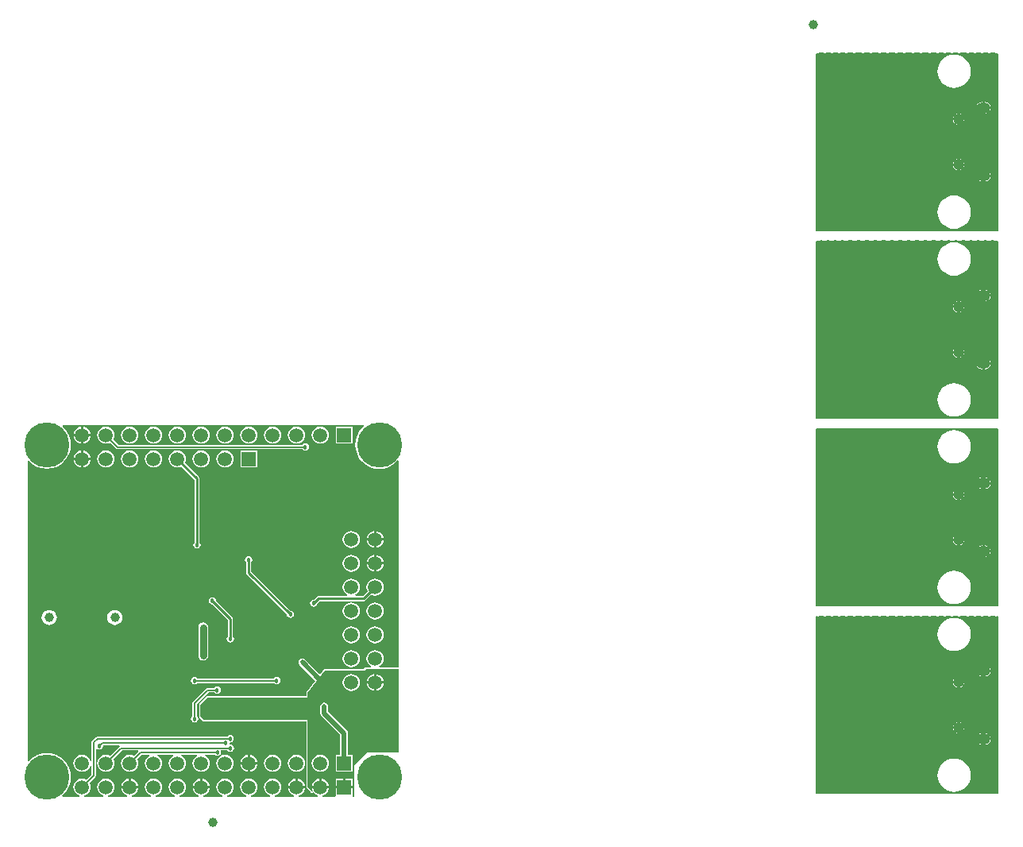
<source format=gbl>
G04 Layer_Physical_Order=2*
G04 Layer_Color=16711680*
%FSLAX25Y25*%
%MOIN*%
G70*
G01*
G75*
%ADD10C,0.03937*%
%ADD32C,0.02000*%
%ADD33C,0.00800*%
%ADD34C,0.00600*%
%ADD35C,0.01000*%
%ADD36C,0.03000*%
%ADD37C,0.01500*%
%ADD38C,0.18898*%
%ADD39C,0.05905*%
%ADD40R,0.05905X0.05905*%
%ADD41O,0.05905X0.04724*%
%ADD42C,0.04724*%
%ADD43C,0.01800*%
G36*
X249119Y-2071D02*
X249969Y-2240D01*
X250398Y-2155D01*
X250898Y-2565D01*
Y-76791D01*
X174299D01*
Y-2481D01*
X174685Y-2164D01*
X175068Y-2240D01*
X175918Y-2071D01*
X176043Y-1988D01*
X176994D01*
X177119Y-2071D01*
X177969Y-2240D01*
X178818Y-2071D01*
X178943Y-1988D01*
X179994D01*
X180119Y-2071D01*
X180968Y-2240D01*
X181818Y-2071D01*
X181943Y-1988D01*
X182994D01*
X183119Y-2071D01*
X183968Y-2240D01*
X184818Y-2071D01*
X184943Y-1988D01*
X185994D01*
X186119Y-2071D01*
X186969Y-2240D01*
X187818Y-2071D01*
X187943Y-1988D01*
X189494D01*
X189619Y-2071D01*
X190469Y-2240D01*
X191318Y-2071D01*
X191443Y-1988D01*
X192994D01*
X193119Y-2071D01*
X193968Y-2240D01*
X194818Y-2071D01*
X194943Y-1988D01*
X196494D01*
X196619Y-2071D01*
X197468Y-2240D01*
X198318Y-2071D01*
X198443Y-1988D01*
X199994D01*
X200119Y-2071D01*
X200969Y-2240D01*
X201818Y-2071D01*
X201943Y-1988D01*
X203494D01*
X203619Y-2071D01*
X204468Y-2240D01*
X205318Y-2071D01*
X205443Y-1988D01*
X206994D01*
X207119Y-2071D01*
X207968Y-2240D01*
X208818Y-2071D01*
X208943Y-1988D01*
X210494D01*
X210619Y-2071D01*
X211469Y-2240D01*
X212318Y-2071D01*
X212443Y-1988D01*
X213994D01*
X214119Y-2071D01*
X214968Y-2240D01*
X215818Y-2071D01*
X215943Y-1988D01*
X217494D01*
X217619Y-2071D01*
X218468Y-2240D01*
X219318Y-2071D01*
X219443Y-1988D01*
X220994D01*
X221119Y-2071D01*
X221969Y-2240D01*
X222818Y-2071D01*
X222943Y-1988D01*
X224494D01*
X224619Y-2071D01*
X225468Y-2240D01*
X226318Y-2071D01*
X226443Y-1988D01*
X227494D01*
X227619Y-2071D01*
X228468Y-2240D01*
X229318Y-2071D01*
X229443Y-1988D01*
X230494D01*
X230619Y-2071D01*
X231469Y-2240D01*
X232318Y-2071D01*
X232443Y-1988D01*
X233494D01*
X233619Y-2071D01*
X234469Y-2240D01*
X235318Y-2071D01*
X235443Y-1988D01*
X236994D01*
X237119Y-2071D01*
X237968Y-2240D01*
X238818Y-2071D01*
X238943Y-1988D01*
X239994D01*
X240119Y-2071D01*
X240968Y-2240D01*
X241818Y-2071D01*
X241943Y-1988D01*
X242994D01*
X243119Y-2071D01*
X243969Y-2240D01*
X244818Y-2071D01*
X244943Y-1988D01*
X245994D01*
X246119Y-2071D01*
X246969Y-2240D01*
X247818Y-2071D01*
X247943Y-1988D01*
X248994D01*
X249119Y-2071D01*
D02*
G37*
G36*
Y76669D02*
X249969Y76500D01*
X250398Y76585D01*
X250898Y76175D01*
Y1949D01*
X174299D01*
Y76259D01*
X174685Y76576D01*
X175068Y76500D01*
X175918Y76669D01*
X176043Y76752D01*
X176994D01*
X177119Y76669D01*
X177969Y76500D01*
X178818Y76669D01*
X178943Y76752D01*
X179994D01*
X180119Y76669D01*
X180968Y76500D01*
X181818Y76669D01*
X181943Y76752D01*
X182994D01*
X183119Y76669D01*
X183968Y76500D01*
X184818Y76669D01*
X184943Y76752D01*
X185994D01*
X186119Y76669D01*
X186969Y76500D01*
X187818Y76669D01*
X187943Y76752D01*
X189494D01*
X189619Y76669D01*
X190469Y76500D01*
X191318Y76669D01*
X191443Y76752D01*
X192994D01*
X193119Y76669D01*
X193968Y76500D01*
X194818Y76669D01*
X194943Y76752D01*
X196494D01*
X196619Y76669D01*
X197468Y76500D01*
X198318Y76669D01*
X198443Y76752D01*
X199994D01*
X200119Y76669D01*
X200969Y76500D01*
X201818Y76669D01*
X201943Y76752D01*
X203494D01*
X203619Y76669D01*
X204468Y76500D01*
X205318Y76669D01*
X205443Y76752D01*
X206994D01*
X207119Y76669D01*
X207968Y76500D01*
X208818Y76669D01*
X208943Y76752D01*
X210494D01*
X210619Y76669D01*
X211469Y76500D01*
X212318Y76669D01*
X212443Y76752D01*
X213994D01*
X214119Y76669D01*
X214968Y76500D01*
X215818Y76669D01*
X215943Y76752D01*
X217494D01*
X217619Y76669D01*
X218468Y76500D01*
X219318Y76669D01*
X219443Y76752D01*
X220994D01*
X221119Y76669D01*
X221969Y76500D01*
X222818Y76669D01*
X222943Y76752D01*
X224494D01*
X224619Y76669D01*
X225468Y76500D01*
X226318Y76669D01*
X226443Y76752D01*
X227494D01*
X227619Y76669D01*
X228468Y76500D01*
X229318Y76669D01*
X229443Y76752D01*
X230494D01*
X230619Y76669D01*
X231469Y76500D01*
X232318Y76669D01*
X232443Y76752D01*
X233494D01*
X233619Y76669D01*
X234469Y76500D01*
X235318Y76669D01*
X235443Y76752D01*
X236994D01*
X237119Y76669D01*
X237968Y76500D01*
X238818Y76669D01*
X238943Y76752D01*
X239994D01*
X240119Y76669D01*
X240968Y76500D01*
X241818Y76669D01*
X241943Y76752D01*
X242994D01*
X243119Y76669D01*
X243969Y76500D01*
X244818Y76669D01*
X244943Y76752D01*
X245994D01*
X246119Y76669D01*
X246969Y76500D01*
X247818Y76669D01*
X247943Y76752D01*
X248994D01*
X249119Y76669D01*
D02*
G37*
G36*
Y-80811D02*
X249969Y-80980D01*
X250398Y-80895D01*
X250898Y-81305D01*
Y-155532D01*
X174299D01*
Y-81221D01*
X174685Y-80904D01*
X175068Y-80980D01*
X175918Y-80811D01*
X176043Y-80728D01*
X176994D01*
X177119Y-80811D01*
X177969Y-80980D01*
X178818Y-80811D01*
X178943Y-80728D01*
X179994D01*
X180119Y-80811D01*
X180968Y-80980D01*
X181818Y-80811D01*
X181943Y-80728D01*
X182994D01*
X183119Y-80811D01*
X183968Y-80980D01*
X184818Y-80811D01*
X184943Y-80728D01*
X185994D01*
X186119Y-80811D01*
X186969Y-80980D01*
X187818Y-80811D01*
X187943Y-80728D01*
X189494D01*
X189619Y-80811D01*
X190469Y-80980D01*
X191318Y-80811D01*
X191443Y-80728D01*
X192994D01*
X193119Y-80811D01*
X193968Y-80980D01*
X194818Y-80811D01*
X194943Y-80728D01*
X196494D01*
X196619Y-80811D01*
X197468Y-80980D01*
X198318Y-80811D01*
X198443Y-80728D01*
X199994D01*
X200119Y-80811D01*
X200969Y-80980D01*
X201818Y-80811D01*
X201943Y-80728D01*
X203494D01*
X203619Y-80811D01*
X204468Y-80980D01*
X205318Y-80811D01*
X205443Y-80728D01*
X206994D01*
X207119Y-80811D01*
X207968Y-80980D01*
X208818Y-80811D01*
X208943Y-80728D01*
X210494D01*
X210619Y-80811D01*
X211469Y-80980D01*
X212318Y-80811D01*
X212443Y-80728D01*
X213994D01*
X214119Y-80811D01*
X214968Y-80980D01*
X215818Y-80811D01*
X215943Y-80728D01*
X217494D01*
X217619Y-80811D01*
X218468Y-80980D01*
X219318Y-80811D01*
X219443Y-80728D01*
X220994D01*
X221119Y-80811D01*
X221969Y-80980D01*
X222818Y-80811D01*
X222943Y-80728D01*
X224494D01*
X224619Y-80811D01*
X225468Y-80980D01*
X226318Y-80811D01*
X226443Y-80728D01*
X227494D01*
X227619Y-80811D01*
X228468Y-80980D01*
X229318Y-80811D01*
X229443Y-80728D01*
X230494D01*
X230619Y-80811D01*
X231469Y-80980D01*
X232318Y-80811D01*
X232443Y-80728D01*
X233494D01*
X233619Y-80811D01*
X234469Y-80980D01*
X235318Y-80811D01*
X235443Y-80728D01*
X236994D01*
X237119Y-80811D01*
X237968Y-80980D01*
X238818Y-80811D01*
X238943Y-80728D01*
X239994D01*
X240119Y-80811D01*
X240968Y-80980D01*
X241818Y-80811D01*
X241943Y-80728D01*
X242994D01*
X243119Y-80811D01*
X243969Y-80980D01*
X244818Y-80811D01*
X244943Y-80728D01*
X245994D01*
X246119Y-80811D01*
X246969Y-80980D01*
X247818Y-80811D01*
X247943Y-80728D01*
X248994D01*
X249119Y-80811D01*
D02*
G37*
G36*
Y155409D02*
X249969Y155240D01*
X250398Y155325D01*
X250898Y154915D01*
Y80689D01*
X174299D01*
Y154999D01*
X174685Y155316D01*
X175068Y155240D01*
X175918Y155409D01*
X176043Y155492D01*
X176994D01*
X177119Y155409D01*
X177969Y155240D01*
X178818Y155409D01*
X178943Y155492D01*
X179994D01*
X180119Y155409D01*
X180968Y155240D01*
X181818Y155409D01*
X181943Y155492D01*
X182994D01*
X183119Y155409D01*
X183968Y155240D01*
X184818Y155409D01*
X184943Y155492D01*
X185994D01*
X186119Y155409D01*
X186969Y155240D01*
X187818Y155409D01*
X187943Y155492D01*
X189494D01*
X189619Y155409D01*
X190469Y155240D01*
X191318Y155409D01*
X191443Y155492D01*
X192994D01*
X193119Y155409D01*
X193968Y155240D01*
X194818Y155409D01*
X194943Y155492D01*
X196494D01*
X196619Y155409D01*
X197468Y155240D01*
X198318Y155409D01*
X198443Y155492D01*
X199994D01*
X200119Y155409D01*
X200969Y155240D01*
X201818Y155409D01*
X201943Y155492D01*
X203494D01*
X203619Y155409D01*
X204468Y155240D01*
X205318Y155409D01*
X205443Y155492D01*
X206994D01*
X207119Y155409D01*
X207968Y155240D01*
X208818Y155409D01*
X208943Y155492D01*
X210494D01*
X210619Y155409D01*
X211469Y155240D01*
X212318Y155409D01*
X212443Y155492D01*
X213994D01*
X214119Y155409D01*
X214968Y155240D01*
X215818Y155409D01*
X215943Y155492D01*
X217494D01*
X217619Y155409D01*
X218468Y155240D01*
X219318Y155409D01*
X219443Y155492D01*
X220994D01*
X221119Y155409D01*
X221969Y155240D01*
X222818Y155409D01*
X222943Y155492D01*
X224494D01*
X224619Y155409D01*
X225468Y155240D01*
X226318Y155409D01*
X226443Y155492D01*
X227494D01*
X227619Y155409D01*
X228468Y155240D01*
X229318Y155409D01*
X229443Y155492D01*
X230494D01*
X230619Y155409D01*
X231469Y155240D01*
X232318Y155409D01*
X232443Y155492D01*
X233494D01*
X233619Y155409D01*
X234469Y155240D01*
X235318Y155409D01*
X235443Y155492D01*
X236994D01*
X237119Y155409D01*
X237968Y155240D01*
X238818Y155409D01*
X238943Y155492D01*
X239994D01*
X240119Y155409D01*
X240968Y155240D01*
X241818Y155409D01*
X241943Y155492D01*
X242994D01*
X243119Y155409D01*
X243969Y155240D01*
X244818Y155409D01*
X244943Y155492D01*
X245994D01*
X246119Y155409D01*
X246969Y155240D01*
X247818Y155409D01*
X247943Y155492D01*
X248994D01*
X249119Y155409D01*
D02*
G37*
G36*
X-867Y-138000D02*
X-14000D01*
X-19500Y-143500D01*
Y-156614D01*
X-20187D01*
Y-156233D01*
X-20187D01*
Y-153180D01*
X-27293D01*
Y-156233D01*
X-27293D01*
Y-156260D01*
X-27646Y-156614D01*
X-32671D01*
X-32768Y-156123D01*
X-31948Y-155784D01*
X-31206Y-155214D01*
X-30637Y-154472D01*
X-30279Y-153608D01*
X-30222Y-153180D01*
X-37258D01*
X-37201Y-153608D01*
X-36920Y-154287D01*
X-37354Y-154536D01*
X-39000Y-152371D01*
Y-128647D01*
Y-124500D01*
X-82413D01*
X-84000Y-122913D01*
Y-118000D01*
X-81000Y-115000D01*
X-39000D01*
Y-113259D01*
X-31688Y-103641D01*
X-15112D01*
X-14625Y-103000D01*
X-867D01*
Y-138000D01*
D02*
G37*
G36*
X-15386Y-1338D02*
X-16120Y-1940D01*
X-17376Y-3471D01*
X-18309Y-5216D01*
X-18884Y-7110D01*
X-19078Y-9080D01*
X-18884Y-11050D01*
X-18309Y-12944D01*
X-17376Y-14690D01*
X-16120Y-16220D01*
X-14590Y-17476D01*
X-12844Y-18409D01*
X-10950Y-18984D01*
X-8980Y-19178D01*
X-7010Y-18984D01*
X-5116Y-18409D01*
X-3370Y-17476D01*
X-1840Y-16220D01*
X-1337Y-15608D01*
X-867Y-15776D01*
Y-102351D01*
X-8899D01*
X-8997Y-101860D01*
X-8956Y-101844D01*
X-8214Y-101274D01*
X-7645Y-100532D01*
X-7287Y-99668D01*
X-7165Y-98740D01*
X-7287Y-97813D01*
X-7645Y-96948D01*
X-8214Y-96206D01*
X-8956Y-95637D01*
X-9821Y-95279D01*
X-10748Y-95157D01*
X-11676Y-95279D01*
X-12540Y-95637D01*
X-13282Y-96206D01*
X-13851Y-96948D01*
X-14209Y-97813D01*
X-14331Y-98740D01*
X-14209Y-99668D01*
X-13851Y-100532D01*
X-13282Y-101274D01*
X-12540Y-101844D01*
X-12500Y-101860D01*
X-12597Y-102351D01*
X-14625D01*
X-14668Y-102368D01*
X-14713Y-102357D01*
X-14892Y-102461D01*
X-15084Y-102541D01*
X-15102Y-102584D01*
X-15142Y-102607D01*
X-15435Y-102992D01*
X-31688D01*
X-31730Y-103009D01*
X-31775Y-102998D01*
X-31955Y-103102D01*
X-32147Y-103182D01*
X-32164Y-103225D01*
X-32204Y-103248D01*
X-33590Y-105070D01*
X-34089Y-105104D01*
X-40128Y-99065D01*
X-40657Y-98712D01*
X-41281Y-98588D01*
X-41905Y-98712D01*
X-42435Y-99065D01*
X-42788Y-99595D01*
X-42913Y-100219D01*
X-42788Y-100843D01*
X-42435Y-101372D01*
X-35813Y-107994D01*
X-39517Y-112866D01*
X-39570Y-113067D01*
X-39649Y-113259D01*
Y-114351D01*
X-81000D01*
X-81459Y-114541D01*
X-84459Y-117541D01*
X-84649Y-118000D01*
Y-122913D01*
X-84459Y-123373D01*
X-82873Y-124959D01*
X-82413Y-125149D01*
X-39649D01*
Y-128647D01*
Y-152371D01*
X-39570Y-152563D01*
X-39517Y-152764D01*
X-37871Y-154929D01*
X-37690Y-155034D01*
X-37523Y-155163D01*
X-37479Y-155157D01*
X-37441Y-155179D01*
X-37238Y-155126D01*
X-37030Y-155099D01*
X-36597Y-154850D01*
X-36553Y-154850D01*
X-36274Y-155214D01*
X-35532Y-155784D01*
X-34712Y-156123D01*
X-34809Y-156614D01*
X-42671D01*
X-42768Y-156123D01*
X-41948Y-155784D01*
X-41206Y-155214D01*
X-40637Y-154472D01*
X-40279Y-153608D01*
X-40222Y-153180D01*
X-47258D01*
X-47201Y-153608D01*
X-46843Y-154472D01*
X-46274Y-155214D01*
X-45532Y-155784D01*
X-44712Y-156123D01*
X-44809Y-156614D01*
X-52671D01*
X-52768Y-156123D01*
X-51948Y-155784D01*
X-51206Y-155214D01*
X-50637Y-154472D01*
X-50279Y-153608D01*
X-50157Y-152680D01*
X-50279Y-151753D01*
X-50637Y-150889D01*
X-51206Y-150146D01*
X-51948Y-149577D01*
X-52813Y-149219D01*
X-53740Y-149097D01*
X-54668Y-149219D01*
X-55532Y-149577D01*
X-56274Y-150146D01*
X-56843Y-150889D01*
X-57201Y-151753D01*
X-57323Y-152680D01*
X-57201Y-153608D01*
X-56843Y-154472D01*
X-56274Y-155214D01*
X-55532Y-155784D01*
X-54712Y-156123D01*
X-54809Y-156614D01*
X-62671D01*
X-62768Y-156123D01*
X-61948Y-155784D01*
X-61206Y-155214D01*
X-60637Y-154472D01*
X-60279Y-153608D01*
X-60157Y-152680D01*
X-60279Y-151753D01*
X-60637Y-150889D01*
X-61206Y-150146D01*
X-61948Y-149577D01*
X-62813Y-149219D01*
X-63740Y-149097D01*
X-64668Y-149219D01*
X-65532Y-149577D01*
X-66274Y-150146D01*
X-66843Y-150889D01*
X-67201Y-151753D01*
X-67323Y-152680D01*
X-67201Y-153608D01*
X-66843Y-154472D01*
X-66274Y-155214D01*
X-65532Y-155784D01*
X-64712Y-156123D01*
X-64810Y-156614D01*
X-72671D01*
X-72768Y-156123D01*
X-71948Y-155784D01*
X-71206Y-155214D01*
X-70637Y-154472D01*
X-70279Y-153608D01*
X-70157Y-152680D01*
X-70279Y-151753D01*
X-70637Y-150889D01*
X-71206Y-150146D01*
X-71948Y-149577D01*
X-72813Y-149219D01*
X-73740Y-149097D01*
X-74668Y-149219D01*
X-75532Y-149577D01*
X-76274Y-150146D01*
X-76843Y-150889D01*
X-77201Y-151753D01*
X-77324Y-152680D01*
X-77201Y-153608D01*
X-76843Y-154472D01*
X-76274Y-155214D01*
X-75532Y-155784D01*
X-74712Y-156123D01*
X-74809Y-156614D01*
X-82671D01*
X-82768Y-156123D01*
X-81948Y-155784D01*
X-81206Y-155214D01*
X-80637Y-154472D01*
X-80279Y-153608D01*
X-80222Y-153180D01*
X-87258D01*
X-87201Y-153608D01*
X-86843Y-154472D01*
X-86274Y-155214D01*
X-85532Y-155784D01*
X-84712Y-156123D01*
X-84809Y-156614D01*
X-92671D01*
X-92768Y-156123D01*
X-91948Y-155784D01*
X-91206Y-155214D01*
X-90637Y-154472D01*
X-90279Y-153608D01*
X-90157Y-152680D01*
X-90279Y-151753D01*
X-90637Y-150889D01*
X-91206Y-150146D01*
X-91948Y-149577D01*
X-92813Y-149219D01*
X-93740Y-149097D01*
X-94668Y-149219D01*
X-95532Y-149577D01*
X-96274Y-150146D01*
X-96843Y-150889D01*
X-97201Y-151753D01*
X-97324Y-152680D01*
X-97201Y-153608D01*
X-96843Y-154472D01*
X-96274Y-155214D01*
X-95532Y-155784D01*
X-94712Y-156123D01*
X-94810Y-156614D01*
X-102671D01*
X-102768Y-156123D01*
X-101948Y-155784D01*
X-101206Y-155214D01*
X-100637Y-154472D01*
X-100279Y-153608D01*
X-100157Y-152680D01*
X-100279Y-151753D01*
X-100637Y-150889D01*
X-101206Y-150146D01*
X-101948Y-149577D01*
X-102813Y-149219D01*
X-103740Y-149097D01*
X-104668Y-149219D01*
X-105532Y-149577D01*
X-106274Y-150146D01*
X-106843Y-150889D01*
X-107201Y-151753D01*
X-107324Y-152680D01*
X-107201Y-153608D01*
X-106843Y-154472D01*
X-106274Y-155214D01*
X-105532Y-155784D01*
X-104712Y-156123D01*
X-104809Y-156614D01*
X-112671D01*
X-112768Y-156123D01*
X-111948Y-155784D01*
X-111206Y-155214D01*
X-110637Y-154472D01*
X-110279Y-153608D01*
X-110222Y-153180D01*
X-117258D01*
X-117201Y-153608D01*
X-116843Y-154472D01*
X-116274Y-155214D01*
X-115532Y-155784D01*
X-114712Y-156123D01*
X-114810Y-156614D01*
X-122671D01*
X-122768Y-156123D01*
X-121948Y-155784D01*
X-121206Y-155214D01*
X-120637Y-154472D01*
X-120279Y-153608D01*
X-120157Y-152680D01*
X-120279Y-151753D01*
X-120637Y-150889D01*
X-121206Y-150146D01*
X-121948Y-149577D01*
X-122813Y-149219D01*
X-123740Y-149097D01*
X-124668Y-149219D01*
X-125532Y-149577D01*
X-126274Y-150146D01*
X-126843Y-150889D01*
X-127201Y-151753D01*
X-127323Y-152680D01*
X-127201Y-153608D01*
X-126843Y-154472D01*
X-126274Y-155214D01*
X-125532Y-155784D01*
X-124712Y-156123D01*
X-124810Y-156614D01*
X-132671D01*
X-132768Y-156123D01*
X-131948Y-155784D01*
X-131206Y-155214D01*
X-130637Y-154472D01*
X-130279Y-153608D01*
X-130157Y-152680D01*
X-130279Y-151753D01*
X-130637Y-150889D01*
X-130643Y-150881D01*
X-128251Y-148489D01*
X-128052Y-148191D01*
X-127982Y-147840D01*
Y-136776D01*
X-127541Y-136481D01*
Y-136481D01*
X-127541Y-136481D01*
X-127541Y-136481D01*
Y-136481D01*
X-127045Y-136813D01*
X-126460Y-136929D01*
X-125874Y-136813D01*
X-125378Y-136481D01*
X-125047Y-135985D01*
X-124930Y-135400D01*
X-124969Y-135207D01*
X-124860Y-135098D01*
X-118052D01*
X-117907Y-135576D01*
X-117989Y-135631D01*
X-121941Y-139583D01*
X-121948Y-139577D01*
X-122813Y-139219D01*
X-123740Y-139097D01*
X-124668Y-139219D01*
X-125532Y-139577D01*
X-126274Y-140147D01*
X-126843Y-140889D01*
X-127201Y-141753D01*
X-127323Y-142680D01*
X-127201Y-143608D01*
X-126843Y-144472D01*
X-126274Y-145214D01*
X-125532Y-145784D01*
X-124668Y-146142D01*
X-123740Y-146264D01*
X-122813Y-146142D01*
X-121948Y-145784D01*
X-121206Y-145214D01*
X-120637Y-144472D01*
X-120279Y-143608D01*
X-120157Y-142680D01*
X-120279Y-141753D01*
X-120637Y-140889D01*
X-120643Y-140881D01*
X-116960Y-137198D01*
X-110209D01*
X-110017Y-137660D01*
X-111941Y-139583D01*
X-111948Y-139577D01*
X-112813Y-139219D01*
X-113740Y-139097D01*
X-114668Y-139219D01*
X-115532Y-139577D01*
X-116274Y-140147D01*
X-116843Y-140889D01*
X-117201Y-141753D01*
X-117324Y-142680D01*
X-117201Y-143608D01*
X-116843Y-144472D01*
X-116274Y-145214D01*
X-115532Y-145784D01*
X-114668Y-146142D01*
X-113740Y-146264D01*
X-112813Y-146142D01*
X-111948Y-145784D01*
X-111206Y-145214D01*
X-110637Y-144472D01*
X-110279Y-143608D01*
X-110157Y-142680D01*
X-110279Y-141753D01*
X-110637Y-140889D01*
X-110643Y-140881D01*
X-108760Y-138998D01*
X-105415D01*
X-105318Y-139488D01*
X-105532Y-139577D01*
X-106274Y-140147D01*
X-106843Y-140889D01*
X-107201Y-141753D01*
X-107324Y-142680D01*
X-107201Y-143608D01*
X-106843Y-144472D01*
X-106274Y-145214D01*
X-105532Y-145784D01*
X-104668Y-146142D01*
X-103740Y-146264D01*
X-102813Y-146142D01*
X-101948Y-145784D01*
X-101206Y-145214D01*
X-100637Y-144472D01*
X-100279Y-143608D01*
X-100157Y-142680D01*
X-100279Y-141753D01*
X-100637Y-140889D01*
X-101206Y-140147D01*
X-101948Y-139577D01*
X-102163Y-139488D01*
X-102065Y-138998D01*
X-95415D01*
X-95318Y-139488D01*
X-95532Y-139577D01*
X-96274Y-140147D01*
X-96843Y-140889D01*
X-97201Y-141753D01*
X-97324Y-142680D01*
X-97201Y-143608D01*
X-96843Y-144472D01*
X-96274Y-145214D01*
X-95532Y-145784D01*
X-94668Y-146142D01*
X-93740Y-146264D01*
X-92813Y-146142D01*
X-91948Y-145784D01*
X-91206Y-145214D01*
X-90637Y-144472D01*
X-90279Y-143608D01*
X-90157Y-142680D01*
X-90279Y-141753D01*
X-90637Y-140889D01*
X-91206Y-140147D01*
X-91948Y-139577D01*
X-92163Y-139488D01*
X-92065Y-138998D01*
X-85415D01*
X-85318Y-139488D01*
X-85532Y-139577D01*
X-86274Y-140147D01*
X-86843Y-140889D01*
X-87201Y-141753D01*
X-87323Y-142680D01*
X-87201Y-143608D01*
X-86843Y-144472D01*
X-86274Y-145214D01*
X-85532Y-145784D01*
X-84668Y-146142D01*
X-83740Y-146264D01*
X-82813Y-146142D01*
X-81948Y-145784D01*
X-81206Y-145214D01*
X-80637Y-144472D01*
X-80279Y-143608D01*
X-80157Y-142680D01*
X-80279Y-141753D01*
X-80637Y-140889D01*
X-81206Y-140147D01*
X-81948Y-139577D01*
X-82162Y-139488D01*
X-82065Y-138998D01*
X-78171D01*
X-78062Y-139162D01*
X-77566Y-139493D01*
X-76980Y-139610D01*
X-76395Y-139493D01*
X-75899Y-139162D01*
X-75567Y-138666D01*
X-75451Y-138080D01*
X-75567Y-137495D01*
X-75409Y-137198D01*
X-72671D01*
X-72562Y-137362D01*
X-72066Y-137693D01*
X-71480Y-137810D01*
X-70895Y-137693D01*
X-70399Y-137362D01*
X-70067Y-136866D01*
X-69951Y-136280D01*
X-70067Y-135695D01*
X-70399Y-135199D01*
X-70895Y-134867D01*
X-71480Y-134751D01*
X-71647Y-134784D01*
X-72001Y-134431D01*
X-71951Y-134180D01*
X-71958Y-134146D01*
X-71604Y-133793D01*
X-71520Y-133810D01*
X-70934Y-133693D01*
X-70438Y-133362D01*
X-70107Y-132866D01*
X-69990Y-132280D01*
X-70107Y-131695D01*
X-70438Y-131199D01*
X-70934Y-130867D01*
X-71520Y-130751D01*
X-72105Y-130867D01*
X-72601Y-131199D01*
X-72711Y-131363D01*
X-127280D01*
X-127631Y-131432D01*
X-127929Y-131631D01*
X-129549Y-133251D01*
X-129748Y-133549D01*
X-129818Y-133900D01*
Y-141585D01*
X-130308Y-141682D01*
X-130637Y-140889D01*
X-131206Y-140147D01*
X-131948Y-139577D01*
X-132813Y-139219D01*
X-133740Y-139097D01*
X-134668Y-139219D01*
X-135532Y-139577D01*
X-136274Y-140147D01*
X-136843Y-140889D01*
X-137201Y-141753D01*
X-137323Y-142680D01*
X-137201Y-143608D01*
X-136843Y-144472D01*
X-136274Y-145214D01*
X-135532Y-145784D01*
X-134668Y-146142D01*
X-133740Y-146264D01*
X-132813Y-146142D01*
X-131948Y-145784D01*
X-131206Y-145214D01*
X-130637Y-144472D01*
X-130308Y-143678D01*
X-129818Y-143776D01*
Y-147460D01*
X-131941Y-149583D01*
X-131948Y-149577D01*
X-132813Y-149219D01*
X-133740Y-149097D01*
X-134668Y-149219D01*
X-135532Y-149577D01*
X-136274Y-150146D01*
X-136843Y-150889D01*
X-137201Y-151753D01*
X-137323Y-152680D01*
X-137201Y-153608D01*
X-136843Y-154472D01*
X-136274Y-155214D01*
X-135532Y-155784D01*
X-134712Y-156123D01*
X-134810Y-156614D01*
X-141931D01*
X-142099Y-156143D01*
X-141340Y-155520D01*
X-140085Y-153990D01*
X-139152Y-152244D01*
X-138577Y-150350D01*
X-138383Y-148380D01*
X-138577Y-146411D01*
X-139152Y-144516D01*
X-140085Y-142771D01*
X-141340Y-141240D01*
X-142871Y-139985D01*
X-144616Y-139052D01*
X-146511Y-138477D01*
X-148480Y-138283D01*
X-150450Y-138477D01*
X-152345Y-139052D01*
X-154090Y-139985D01*
X-155620Y-141240D01*
X-156143Y-141877D01*
X-156614Y-141709D01*
Y-15652D01*
X-156143Y-15483D01*
X-155620Y-16120D01*
X-154090Y-17376D01*
X-152345Y-18309D01*
X-150450Y-18884D01*
X-148480Y-19078D01*
X-146511Y-18884D01*
X-144616Y-18309D01*
X-142871Y-17376D01*
X-141340Y-16120D01*
X-140085Y-14590D01*
X-139152Y-12844D01*
X-138577Y-10950D01*
X-138383Y-8980D01*
X-138577Y-7010D01*
X-139152Y-5116D01*
X-140085Y-3370D01*
X-141340Y-1840D01*
X-141953Y-1338D01*
X-141785Y-867D01*
X-15554D01*
X-15386Y-1338D01*
D02*
G37*
%LPC*%
G36*
X244114Y-51253D02*
X244024D01*
X243102Y-51436D01*
X242321Y-51958D01*
X241798Y-52740D01*
X241715Y-53161D01*
X244114D01*
Y-51253D01*
D02*
G37*
G36*
X245205D02*
X245114D01*
Y-53161D01*
X247514D01*
X247430Y-52740D01*
X246908Y-51958D01*
X246126Y-51436D01*
X245205Y-51253D01*
D02*
G37*
G36*
X244114Y-54161D02*
X241715D01*
X241798Y-54583D01*
X242321Y-55365D01*
X243102Y-55887D01*
X244024Y-56070D01*
X244114D01*
Y-54161D01*
D02*
G37*
G36*
X247514D02*
X245114D01*
Y-56070D01*
X245205D01*
X246126Y-55887D01*
X246908Y-55365D01*
X247430Y-54583D01*
X247514Y-54161D01*
D02*
G37*
G36*
X232283Y-61928D02*
X230920Y-62062D01*
X229609Y-62460D01*
X228400Y-63106D01*
X227341Y-63975D01*
X226472Y-65034D01*
X225826Y-66243D01*
X225429Y-67554D01*
X225294Y-68917D01*
X225429Y-70281D01*
X225826Y-71592D01*
X226472Y-72800D01*
X227341Y-73859D01*
X228400Y-74729D01*
X229609Y-75375D01*
X230920Y-75772D01*
X232283Y-75906D01*
X233647Y-75772D01*
X234958Y-75375D01*
X236166Y-74729D01*
X237226Y-73859D01*
X238095Y-72800D01*
X238741Y-71592D01*
X239138Y-70281D01*
X239273Y-68917D01*
X239138Y-67554D01*
X238741Y-66243D01*
X238095Y-65034D01*
X237226Y-63975D01*
X236166Y-63106D01*
X234958Y-62460D01*
X233647Y-62062D01*
X232283Y-61928D01*
D02*
G37*
G36*
X236372Y-30343D02*
X234563D01*
Y-32151D01*
X234985Y-32068D01*
X235766Y-31546D01*
X236288Y-30764D01*
X236372Y-30343D01*
D02*
G37*
G36*
X233563Y-27534D02*
X233141Y-27617D01*
X232360Y-28139D01*
X231838Y-28921D01*
X231754Y-29342D01*
X233563D01*
Y-27534D01*
D02*
G37*
G36*
Y-30343D02*
X231754D01*
X231838Y-30764D01*
X232360Y-31546D01*
X233141Y-32068D01*
X233563Y-32151D01*
Y-30343D01*
D02*
G37*
G36*
X247514Y-25618D02*
X245114D01*
Y-27527D01*
X245205D01*
X246126Y-27343D01*
X246908Y-26821D01*
X247430Y-26040D01*
X247514Y-25618D01*
D02*
G37*
G36*
X244114Y-22710D02*
X244024D01*
X243102Y-22893D01*
X242321Y-23415D01*
X241798Y-24196D01*
X241715Y-24618D01*
X244114D01*
Y-22710D01*
D02*
G37*
G36*
X234563Y-27534D02*
Y-29342D01*
X236372D01*
X236288Y-28921D01*
X235766Y-28139D01*
X234985Y-27617D01*
X234563Y-27534D01*
D02*
G37*
G36*
X244114Y-25618D02*
X241715D01*
X241798Y-26040D01*
X242321Y-26821D01*
X243102Y-27343D01*
X244024Y-27527D01*
X244114D01*
Y-25618D01*
D02*
G37*
G36*
X233563Y-49437D02*
X231754D01*
X231838Y-49859D01*
X232360Y-50640D01*
X233141Y-51162D01*
X233563Y-51246D01*
Y-49437D01*
D02*
G37*
G36*
X234563Y-46628D02*
Y-48437D01*
X236372D01*
X236288Y-48015D01*
X235766Y-47234D01*
X234985Y-46712D01*
X234563Y-46628D01*
D02*
G37*
G36*
X236372Y-49437D02*
X234563D01*
Y-51246D01*
X234985Y-51162D01*
X235766Y-50640D01*
X236288Y-49859D01*
X236372Y-49437D01*
D02*
G37*
G36*
X233563Y-46628D02*
X233141Y-46712D01*
X232360Y-47234D01*
X231838Y-48015D01*
X231754Y-48437D01*
X233563D01*
Y-46628D01*
D02*
G37*
G36*
X245205Y-22710D02*
X245114D01*
Y-24618D01*
X247514D01*
X247430Y-24196D01*
X246908Y-23415D01*
X246126Y-22893D01*
X245205Y-22710D01*
D02*
G37*
G36*
X232283Y-2873D02*
X230920Y-3007D01*
X229609Y-3405D01*
X228400Y-4051D01*
X227341Y-4920D01*
X226472Y-5979D01*
X225826Y-7188D01*
X225429Y-8499D01*
X225294Y-9862D01*
X225429Y-11226D01*
X225826Y-12537D01*
X226472Y-13745D01*
X227341Y-14804D01*
X228400Y-15674D01*
X229609Y-16319D01*
X230920Y-16717D01*
X232283Y-16851D01*
X233647Y-16717D01*
X234958Y-16319D01*
X236166Y-15674D01*
X237226Y-14804D01*
X238095Y-13745D01*
X238741Y-12537D01*
X239138Y-11226D01*
X239273Y-9862D01*
X239138Y-8499D01*
X238741Y-7188D01*
X238095Y-5979D01*
X237226Y-4920D01*
X236166Y-4051D01*
X234958Y-3405D01*
X233647Y-3007D01*
X232283Y-2873D01*
D02*
G37*
G36*
X244114Y53122D02*
X241715D01*
X241798Y52700D01*
X242321Y51919D01*
X243102Y51397D01*
X244024Y51214D01*
X244114D01*
Y53122D01*
D02*
G37*
G36*
X247514D02*
X245114D01*
Y51214D01*
X245205D01*
X246126Y51397D01*
X246908Y51919D01*
X247430Y52700D01*
X247514Y53122D01*
D02*
G37*
G36*
X233563Y51207D02*
X233141Y51123D01*
X232360Y50601D01*
X231838Y49819D01*
X231754Y49398D01*
X233563D01*
Y51207D01*
D02*
G37*
G36*
X234563D02*
Y49398D01*
X236372D01*
X236288Y49819D01*
X235766Y50601D01*
X234985Y51123D01*
X234563Y51207D01*
D02*
G37*
G36*
X232283Y75867D02*
X230920Y75733D01*
X229609Y75335D01*
X228400Y74689D01*
X227341Y73820D01*
X226472Y72761D01*
X225826Y71553D01*
X225429Y70241D01*
X225294Y68878D01*
X225429Y67514D01*
X225826Y66203D01*
X226472Y64995D01*
X227341Y63936D01*
X228400Y63067D01*
X229609Y62421D01*
X230920Y62023D01*
X232283Y61889D01*
X233647Y62023D01*
X234958Y62421D01*
X236166Y63067D01*
X237226Y63936D01*
X238095Y64995D01*
X238741Y66203D01*
X239138Y67514D01*
X239273Y68878D01*
X239138Y70241D01*
X238741Y71553D01*
X238095Y72761D01*
X237226Y73820D01*
X236166Y74689D01*
X234958Y75335D01*
X233647Y75733D01*
X232283Y75867D01*
D02*
G37*
G36*
X244114Y56030D02*
X244024D01*
X243102Y55847D01*
X242321Y55325D01*
X241798Y54544D01*
X241715Y54122D01*
X244114D01*
Y56030D01*
D02*
G37*
G36*
X245205D02*
X245114D01*
Y54122D01*
X247514D01*
X247430Y54544D01*
X246908Y55325D01*
X246126Y55847D01*
X245205Y56030D01*
D02*
G37*
G36*
X233563Y29303D02*
X231754D01*
X231838Y28881D01*
X232360Y28100D01*
X233141Y27578D01*
X233563Y27494D01*
Y29303D01*
D02*
G37*
G36*
X236372D02*
X234563D01*
Y27494D01*
X234985Y27578D01*
X235766Y28100D01*
X236288Y28881D01*
X236372Y29303D01*
D02*
G37*
G36*
X244114Y27487D02*
X244024D01*
X243102Y27304D01*
X242321Y26782D01*
X241798Y26000D01*
X241715Y25579D01*
X244114D01*
Y27487D01*
D02*
G37*
G36*
X245205D02*
X245114D01*
Y25579D01*
X247514D01*
X247430Y26000D01*
X246908Y26782D01*
X246126Y27304D01*
X245205Y27487D01*
D02*
G37*
G36*
X233563Y48398D02*
X231754D01*
X231838Y47976D01*
X232360Y47195D01*
X233141Y46672D01*
X233563Y46589D01*
Y48398D01*
D02*
G37*
G36*
X236372D02*
X234563D01*
Y46589D01*
X234985Y46672D01*
X235766Y47195D01*
X236288Y47976D01*
X236372Y48398D01*
D02*
G37*
G36*
X233563Y32112D02*
X233141Y32028D01*
X232360Y31506D01*
X231838Y30725D01*
X231754Y30303D01*
X233563D01*
Y32112D01*
D02*
G37*
G36*
X234563D02*
Y30303D01*
X236372D01*
X236288Y30725D01*
X235766Y31506D01*
X234985Y32028D01*
X234563Y32112D01*
D02*
G37*
G36*
X247514Y24579D02*
X245114D01*
Y22670D01*
X245205D01*
X246126Y22854D01*
X246908Y23376D01*
X247430Y24157D01*
X247514Y24579D01*
D02*
G37*
G36*
X232283Y16812D02*
X230920Y16678D01*
X229609Y16280D01*
X228400Y15634D01*
X227341Y14765D01*
X226472Y13706D01*
X225826Y12498D01*
X225429Y11186D01*
X225294Y9823D01*
X225429Y8459D01*
X225826Y7148D01*
X226472Y5940D01*
X227341Y4881D01*
X228400Y4011D01*
X229609Y3366D01*
X230920Y2968D01*
X232283Y2834D01*
X233647Y2968D01*
X234958Y3366D01*
X236166Y4011D01*
X237226Y4881D01*
X238095Y5940D01*
X238741Y7148D01*
X239138Y8459D01*
X239273Y9823D01*
X239138Y11186D01*
X238741Y12498D01*
X238095Y13706D01*
X237226Y14765D01*
X236166Y15634D01*
X234958Y16280D01*
X233647Y16678D01*
X232283Y16812D01*
D02*
G37*
G36*
X244114Y24579D02*
X241715D01*
X241798Y24157D01*
X242321Y23376D01*
X243102Y22854D01*
X244024Y22670D01*
X244114D01*
Y24579D01*
D02*
G37*
G36*
X232283Y-81613D02*
X230920Y-81748D01*
X229609Y-82145D01*
X228400Y-82791D01*
X227341Y-83660D01*
X226472Y-84719D01*
X225826Y-85928D01*
X225429Y-87239D01*
X225294Y-88602D01*
X225429Y-89966D01*
X225826Y-91277D01*
X226472Y-92485D01*
X227341Y-93544D01*
X228400Y-94414D01*
X229609Y-95060D01*
X230920Y-95457D01*
X232283Y-95591D01*
X233647Y-95457D01*
X234958Y-95060D01*
X236166Y-94414D01*
X237226Y-93544D01*
X238095Y-92485D01*
X238741Y-91277D01*
X239138Y-89966D01*
X239273Y-88602D01*
X239138Y-87239D01*
X238741Y-85928D01*
X238095Y-84719D01*
X237226Y-83660D01*
X236166Y-82791D01*
X234958Y-82145D01*
X233647Y-81748D01*
X232283Y-81613D01*
D02*
G37*
G36*
X233563Y-106274D02*
X233141Y-106358D01*
X232360Y-106880D01*
X231838Y-107661D01*
X231754Y-108083D01*
X233563D01*
Y-106274D01*
D02*
G37*
G36*
X234563D02*
Y-108083D01*
X236372D01*
X236288Y-107661D01*
X235766Y-106880D01*
X234985Y-106358D01*
X234563Y-106274D01*
D02*
G37*
G36*
X244114Y-101450D02*
X244024D01*
X243102Y-101633D01*
X242321Y-102155D01*
X241798Y-102937D01*
X241715Y-103358D01*
X244114D01*
Y-101450D01*
D02*
G37*
G36*
X245205D02*
X245114D01*
Y-103358D01*
X247514D01*
X247430Y-102937D01*
X246908Y-102155D01*
X246126Y-101633D01*
X245205Y-101450D01*
D02*
G37*
G36*
X244114Y-104358D02*
X241715D01*
X241798Y-104780D01*
X242321Y-105561D01*
X243102Y-106083D01*
X244024Y-106267D01*
X244114D01*
Y-104358D01*
D02*
G37*
G36*
X247514D02*
X245114D01*
Y-106267D01*
X245205D01*
X246126Y-106083D01*
X246908Y-105561D01*
X247430Y-104780D01*
X247514Y-104358D01*
D02*
G37*
G36*
X232283Y-140668D02*
X230920Y-140803D01*
X229609Y-141200D01*
X228400Y-141846D01*
X227341Y-142715D01*
X226472Y-143774D01*
X225826Y-144983D01*
X225429Y-146294D01*
X225294Y-147658D01*
X225429Y-149021D01*
X225826Y-150332D01*
X226472Y-151541D01*
X227341Y-152600D01*
X228400Y-153469D01*
X229609Y-154115D01*
X230920Y-154512D01*
X232283Y-154647D01*
X233647Y-154512D01*
X234958Y-154115D01*
X236166Y-153469D01*
X237226Y-152600D01*
X238095Y-151541D01*
X238741Y-150332D01*
X239138Y-149021D01*
X239273Y-147658D01*
X239138Y-146294D01*
X238741Y-144983D01*
X238095Y-143774D01*
X237226Y-142715D01*
X236166Y-141846D01*
X234958Y-141200D01*
X233647Y-140803D01*
X232283Y-140668D01*
D02*
G37*
G36*
X233563Y-125368D02*
X233141Y-125452D01*
X232360Y-125974D01*
X231838Y-126755D01*
X231754Y-127177D01*
X233563D01*
Y-125368D01*
D02*
G37*
G36*
X234563D02*
Y-127177D01*
X236372D01*
X236288Y-126755D01*
X235766Y-125974D01*
X234985Y-125452D01*
X234563Y-125368D01*
D02*
G37*
G36*
X233563Y-109083D02*
X231754D01*
X231838Y-109504D01*
X232360Y-110286D01*
X233141Y-110808D01*
X233563Y-110892D01*
Y-109083D01*
D02*
G37*
G36*
X236372D02*
X234563D01*
Y-110892D01*
X234985Y-110808D01*
X235766Y-110286D01*
X236288Y-109504D01*
X236372Y-109083D01*
D02*
G37*
G36*
X236372Y-128177D02*
X234563D01*
Y-129986D01*
X234985Y-129902D01*
X235766Y-129380D01*
X236288Y-128599D01*
X236372Y-128177D01*
D02*
G37*
G36*
X244114Y-132902D02*
X241715D01*
X241798Y-133323D01*
X242321Y-134105D01*
X243102Y-134627D01*
X244024Y-134810D01*
X244114D01*
Y-132902D01*
D02*
G37*
G36*
X245205Y-129993D02*
X245114D01*
Y-131902D01*
X247514D01*
X247430Y-131480D01*
X246908Y-130699D01*
X246126Y-130176D01*
X245205Y-129993D01*
D02*
G37*
G36*
X233563Y-128177D02*
X231754D01*
X231838Y-128599D01*
X232360Y-129380D01*
X233141Y-129902D01*
X233563Y-129986D01*
Y-128177D01*
D02*
G37*
G36*
X247514Y-132902D02*
X245114D01*
Y-134810D01*
X245205D01*
X246126Y-134627D01*
X246908Y-134105D01*
X247430Y-133323D01*
X247514Y-132902D01*
D02*
G37*
G36*
X244114Y-129993D02*
X244024D01*
X243102Y-130176D01*
X242321Y-130699D01*
X241798Y-131480D01*
X241715Y-131902D01*
X244114D01*
Y-129993D01*
D02*
G37*
G36*
X232283Y95552D02*
X230920Y95418D01*
X229609Y95020D01*
X228400Y94374D01*
X227341Y93505D01*
X226472Y92446D01*
X225826Y91238D01*
X225429Y89926D01*
X225294Y88563D01*
X225429Y87199D01*
X225826Y85888D01*
X226472Y84680D01*
X227341Y83621D01*
X228400Y82752D01*
X229609Y82106D01*
X230920Y81708D01*
X232283Y81574D01*
X233647Y81708D01*
X234958Y82106D01*
X236166Y82752D01*
X237226Y83621D01*
X238095Y84680D01*
X238741Y85888D01*
X239138Y87199D01*
X239273Y88563D01*
X239138Y89926D01*
X238741Y91238D01*
X238095Y92446D01*
X237226Y93505D01*
X236166Y94374D01*
X234958Y95020D01*
X233647Y95418D01*
X232283Y95552D01*
D02*
G37*
G36*
X244114Y103319D02*
X241715D01*
X241798Y102897D01*
X242321Y102116D01*
X243102Y101594D01*
X244024Y101410D01*
X244114D01*
Y103319D01*
D02*
G37*
G36*
X234563Y129947D02*
Y128138D01*
X236372D01*
X236288Y128560D01*
X235766Y129341D01*
X234985Y129863D01*
X234563Y129947D01*
D02*
G37*
G36*
X244114Y131862D02*
X241715D01*
X241798Y131440D01*
X242321Y130659D01*
X243102Y130137D01*
X244024Y129954D01*
X244114D01*
Y131862D01*
D02*
G37*
G36*
X236372Y127138D02*
X234563D01*
Y125329D01*
X234985Y125413D01*
X235766Y125935D01*
X236288Y126716D01*
X236372Y127138D01*
D02*
G37*
G36*
X233563Y129947D02*
X233141Y129863D01*
X232360Y129341D01*
X231838Y128560D01*
X231754Y128138D01*
X233563D01*
Y129947D01*
D02*
G37*
G36*
X245205Y134771D02*
X245114D01*
Y132862D01*
X247514D01*
X247430Y133284D01*
X246908Y134065D01*
X246126Y134587D01*
X245205Y134771D01*
D02*
G37*
G36*
X232283Y154607D02*
X230920Y154473D01*
X229609Y154075D01*
X228400Y153429D01*
X227341Y152560D01*
X226472Y151501D01*
X225826Y150293D01*
X225429Y148982D01*
X225294Y147618D01*
X225429Y146255D01*
X225826Y144943D01*
X226472Y143735D01*
X227341Y142676D01*
X228400Y141807D01*
X229609Y141161D01*
X230920Y140763D01*
X232283Y140629D01*
X233647Y140763D01*
X234958Y141161D01*
X236166Y141807D01*
X237226Y142676D01*
X238095Y143735D01*
X238741Y144943D01*
X239138Y146255D01*
X239273Y147618D01*
X239138Y148982D01*
X238741Y150293D01*
X238095Y151501D01*
X237226Y152560D01*
X236166Y153429D01*
X234958Y154075D01*
X233647Y154473D01*
X232283Y154607D01*
D02*
G37*
G36*
X247514Y131862D02*
X245114D01*
Y129954D01*
X245205D01*
X246126Y130137D01*
X246908Y130659D01*
X247430Y131440D01*
X247514Y131862D01*
D02*
G37*
G36*
X244114Y134771D02*
X244024D01*
X243102Y134587D01*
X242321Y134065D01*
X241798Y133284D01*
X241715Y132862D01*
X244114D01*
Y134771D01*
D02*
G37*
G36*
X245205Y106227D02*
X245114D01*
Y104319D01*
X247514D01*
X247430Y104741D01*
X246908Y105522D01*
X246126Y106044D01*
X245205Y106227D01*
D02*
G37*
G36*
X233563Y108043D02*
X231754D01*
X231838Y107622D01*
X232360Y106840D01*
X233141Y106318D01*
X233563Y106234D01*
Y108043D01*
D02*
G37*
G36*
X247514Y103319D02*
X245114D01*
Y101410D01*
X245205D01*
X246126Y101594D01*
X246908Y102116D01*
X247430Y102897D01*
X247514Y103319D01*
D02*
G37*
G36*
X244114Y106227D02*
X244024D01*
X243102Y106044D01*
X242321Y105522D01*
X241798Y104741D01*
X241715Y104319D01*
X244114D01*
Y106227D01*
D02*
G37*
G36*
X234563Y110852D02*
Y109043D01*
X236372D01*
X236288Y109465D01*
X235766Y110246D01*
X234985Y110768D01*
X234563Y110852D01*
D02*
G37*
G36*
X233563Y127138D02*
X231754D01*
X231838Y126716D01*
X232360Y125935D01*
X233141Y125413D01*
X233563Y125329D01*
Y127138D01*
D02*
G37*
G36*
X236372Y108043D02*
X234563D01*
Y106234D01*
X234985Y106318D01*
X235766Y106840D01*
X236288Y107622D01*
X236372Y108043D01*
D02*
G37*
G36*
X233563Y110852D02*
X233141Y110768D01*
X232360Y110246D01*
X231838Y109465D01*
X231754Y109043D01*
X233563D01*
Y110852D01*
D02*
G37*
G36*
X-11248Y-105223D02*
X-11676Y-105279D01*
X-12540Y-105637D01*
X-13282Y-106206D01*
X-13851Y-106948D01*
X-14209Y-107813D01*
X-14266Y-108240D01*
X-11248D01*
Y-105223D01*
D02*
G37*
G36*
X-10248D02*
Y-108240D01*
X-7231D01*
X-7287Y-107813D01*
X-7645Y-106948D01*
X-8214Y-106206D01*
X-8956Y-105637D01*
X-9821Y-105279D01*
X-10248Y-105223D01*
D02*
G37*
G36*
X-24240Y-149128D02*
X-27293D01*
Y-152180D01*
X-24240D01*
Y-149128D01*
D02*
G37*
G36*
X-20187D02*
X-23240D01*
Y-152180D01*
X-20187D01*
Y-149128D01*
D02*
G37*
G36*
X-32080Y-117249D02*
X-32705Y-117373D01*
X-33234Y-117727D01*
X-33588Y-118256D01*
X-33712Y-118880D01*
Y-121680D01*
X-33588Y-122305D01*
X-33234Y-122834D01*
X-25372Y-130696D01*
Y-139128D01*
X-27293D01*
Y-146233D01*
X-20187D01*
Y-139128D01*
X-22109D01*
Y-130020D01*
X-22233Y-129396D01*
X-22587Y-128867D01*
X-30449Y-121005D01*
Y-118880D01*
X-30573Y-118256D01*
X-30927Y-117727D01*
X-31456Y-117373D01*
X-32080Y-117249D01*
D02*
G37*
G36*
X-33740Y-139097D02*
X-34668Y-139219D01*
X-35532Y-139577D01*
X-36274Y-140147D01*
X-36843Y-140889D01*
X-37201Y-141753D01*
X-37323Y-142680D01*
X-37201Y-143608D01*
X-36843Y-144472D01*
X-36274Y-145214D01*
X-35532Y-145784D01*
X-34668Y-146142D01*
X-33740Y-146264D01*
X-32813Y-146142D01*
X-31948Y-145784D01*
X-31206Y-145214D01*
X-30637Y-144472D01*
X-30279Y-143608D01*
X-30157Y-142680D01*
X-30279Y-141753D01*
X-30637Y-140889D01*
X-31206Y-140147D01*
X-31948Y-139577D01*
X-32813Y-139219D01*
X-33740Y-139097D01*
D02*
G37*
G36*
X-33240Y-149163D02*
Y-152180D01*
X-30222D01*
X-30279Y-151753D01*
X-30637Y-150889D01*
X-31206Y-150146D01*
X-31948Y-149577D01*
X-32813Y-149219D01*
X-33240Y-149163D01*
D02*
G37*
G36*
X-34240D02*
X-34668Y-149219D01*
X-35532Y-149577D01*
X-36274Y-150146D01*
X-36843Y-150889D01*
X-37201Y-151753D01*
X-37258Y-152180D01*
X-34240D01*
Y-149163D01*
D02*
G37*
G36*
X-20748Y-105157D02*
X-21676Y-105279D01*
X-22540Y-105637D01*
X-23282Y-106206D01*
X-23851Y-106948D01*
X-24209Y-107813D01*
X-24331Y-108740D01*
X-24209Y-109668D01*
X-23851Y-110532D01*
X-23282Y-111274D01*
X-22540Y-111844D01*
X-21676Y-112201D01*
X-20748Y-112324D01*
X-19821Y-112201D01*
X-18956Y-111844D01*
X-18214Y-111274D01*
X-17645Y-110532D01*
X-17287Y-109668D01*
X-17165Y-108740D01*
X-17287Y-107813D01*
X-17645Y-106948D01*
X-18214Y-106206D01*
X-18956Y-105637D01*
X-19821Y-105279D01*
X-20748Y-105157D01*
D02*
G37*
G36*
X-11248Y-109240D02*
X-14266D01*
X-14209Y-109668D01*
X-13851Y-110532D01*
X-13282Y-111274D01*
X-12540Y-111844D01*
X-11676Y-112201D01*
X-11248Y-112258D01*
Y-109240D01*
D02*
G37*
G36*
X-7231D02*
X-10248D01*
Y-112258D01*
X-9821Y-112201D01*
X-8956Y-111844D01*
X-8214Y-111274D01*
X-7645Y-110532D01*
X-7287Y-109668D01*
X-7231Y-109240D01*
D02*
G37*
G36*
X-82842Y-83516D02*
X-83662Y-83679D01*
X-84356Y-84144D01*
X-84821Y-84838D01*
X-84984Y-85658D01*
Y-97342D01*
X-84821Y-98162D01*
X-84356Y-98857D01*
X-83662Y-99321D01*
X-82842Y-99484D01*
X-82023Y-99321D01*
X-81328Y-98857D01*
X-80864Y-98162D01*
X-80701Y-97342D01*
Y-85658D01*
X-80864Y-84838D01*
X-81328Y-84144D01*
X-82023Y-83679D01*
X-82842Y-83516D01*
D02*
G37*
G36*
X-20748Y-95157D02*
X-21676Y-95279D01*
X-22540Y-95637D01*
X-23282Y-96206D01*
X-23851Y-96948D01*
X-24209Y-97813D01*
X-24331Y-98740D01*
X-24209Y-99668D01*
X-23851Y-100532D01*
X-23282Y-101274D01*
X-22540Y-101844D01*
X-21676Y-102201D01*
X-20748Y-102324D01*
X-19821Y-102201D01*
X-18956Y-101844D01*
X-18214Y-101274D01*
X-17645Y-100532D01*
X-17287Y-99668D01*
X-17165Y-98740D01*
X-17287Y-97813D01*
X-17645Y-96948D01*
X-18214Y-96206D01*
X-18956Y-95637D01*
X-19821Y-95279D01*
X-20748Y-95157D01*
D02*
G37*
G36*
X-79000Y-72971D02*
X-79585Y-73087D01*
X-80081Y-73419D01*
X-80413Y-73915D01*
X-80529Y-74500D01*
X-80413Y-75085D01*
X-80081Y-75581D01*
X-79585Y-75913D01*
X-79071Y-76015D01*
X-72622Y-82465D01*
Y-89479D01*
X-72913Y-89915D01*
X-73029Y-90500D01*
X-72913Y-91085D01*
X-72581Y-91581D01*
X-72085Y-91913D01*
X-71500Y-92029D01*
X-70915Y-91913D01*
X-70419Y-91581D01*
X-70087Y-91085D01*
X-69971Y-90500D01*
X-70087Y-89915D01*
X-70378Y-89479D01*
Y-82000D01*
X-70464Y-81571D01*
X-70707Y-81207D01*
X-70707Y-81207D01*
X-77485Y-74429D01*
X-77587Y-73915D01*
X-77919Y-73419D01*
X-78415Y-73087D01*
X-79000Y-72971D01*
D02*
G37*
G36*
X-10748Y-85157D02*
X-11676Y-85279D01*
X-12540Y-85637D01*
X-13282Y-86206D01*
X-13851Y-86949D01*
X-14209Y-87813D01*
X-14331Y-88740D01*
X-14209Y-89668D01*
X-13851Y-90532D01*
X-13282Y-91274D01*
X-12540Y-91843D01*
X-11676Y-92202D01*
X-10748Y-92324D01*
X-9821Y-92202D01*
X-8956Y-91843D01*
X-8214Y-91274D01*
X-7645Y-90532D01*
X-7287Y-89668D01*
X-7165Y-88740D01*
X-7287Y-87813D01*
X-7645Y-86949D01*
X-8214Y-86206D01*
X-8956Y-85637D01*
X-9821Y-85279D01*
X-10748Y-85157D01*
D02*
G37*
G36*
X-20748D02*
X-21676Y-85279D01*
X-22540Y-85637D01*
X-23282Y-86206D01*
X-23851Y-86949D01*
X-24209Y-87813D01*
X-24331Y-88740D01*
X-24209Y-89668D01*
X-23851Y-90532D01*
X-23282Y-91274D01*
X-22540Y-91843D01*
X-21676Y-92202D01*
X-20748Y-92324D01*
X-19821Y-92202D01*
X-18956Y-91843D01*
X-18214Y-91274D01*
X-17645Y-90532D01*
X-17287Y-89668D01*
X-17165Y-88740D01*
X-17287Y-87813D01*
X-17645Y-86949D01*
X-18214Y-86206D01*
X-18956Y-85637D01*
X-19821Y-85279D01*
X-20748Y-85157D01*
D02*
G37*
G36*
X-52000Y-106471D02*
X-52585Y-106587D01*
X-53081Y-106919D01*
X-53123Y-106980D01*
X-85377D01*
X-85419Y-106919D01*
X-85915Y-106587D01*
X-86500Y-106471D01*
X-87085Y-106587D01*
X-87581Y-106919D01*
X-87913Y-107415D01*
X-88029Y-108000D01*
X-87913Y-108585D01*
X-87581Y-109081D01*
X-87085Y-109413D01*
X-86500Y-109529D01*
X-85915Y-109413D01*
X-85419Y-109081D01*
X-85377Y-109020D01*
X-53123D01*
X-53081Y-109081D01*
X-52585Y-109413D01*
X-52000Y-109529D01*
X-51415Y-109413D01*
X-50919Y-109081D01*
X-50587Y-108585D01*
X-50471Y-108000D01*
X-50587Y-107415D01*
X-50919Y-106919D01*
X-51415Y-106587D01*
X-52000Y-106471D01*
D02*
G37*
G36*
X-11248Y-55223D02*
X-11676Y-55279D01*
X-12540Y-55637D01*
X-13282Y-56206D01*
X-13851Y-56949D01*
X-14209Y-57813D01*
X-14266Y-58240D01*
X-11248D01*
Y-55223D01*
D02*
G37*
G36*
X-10248D02*
Y-58240D01*
X-7231D01*
X-7287Y-57813D01*
X-7645Y-56949D01*
X-8214Y-56206D01*
X-8956Y-55637D01*
X-9821Y-55279D01*
X-10248Y-55223D01*
D02*
G37*
G36*
X-11248Y-59240D02*
X-14266D01*
X-14209Y-59668D01*
X-13851Y-60532D01*
X-13282Y-61274D01*
X-12540Y-61844D01*
X-11676Y-62201D01*
X-11248Y-62258D01*
Y-59240D01*
D02*
G37*
G36*
X-7231D02*
X-10248D01*
Y-62258D01*
X-9821Y-62201D01*
X-8956Y-61844D01*
X-8214Y-61274D01*
X-7645Y-60532D01*
X-7287Y-59668D01*
X-7231Y-59240D01*
D02*
G37*
G36*
X-20748Y-75157D02*
X-21676Y-75279D01*
X-22540Y-75637D01*
X-23282Y-76206D01*
X-23851Y-76948D01*
X-24209Y-77813D01*
X-24331Y-78740D01*
X-24209Y-79668D01*
X-23851Y-80532D01*
X-23282Y-81274D01*
X-22540Y-81844D01*
X-21676Y-82201D01*
X-20748Y-82324D01*
X-19821Y-82201D01*
X-18956Y-81844D01*
X-18214Y-81274D01*
X-17645Y-80532D01*
X-17287Y-79668D01*
X-17165Y-78740D01*
X-17287Y-77813D01*
X-17645Y-76948D01*
X-18214Y-76206D01*
X-18956Y-75637D01*
X-19821Y-75279D01*
X-20748Y-75157D01*
D02*
G37*
G36*
X-10748D02*
X-11676Y-75279D01*
X-12540Y-75637D01*
X-13282Y-76206D01*
X-13851Y-76948D01*
X-14209Y-77813D01*
X-14331Y-78740D01*
X-14209Y-79668D01*
X-13851Y-80532D01*
X-13282Y-81274D01*
X-12540Y-81844D01*
X-11676Y-82201D01*
X-10748Y-82324D01*
X-9821Y-82201D01*
X-8956Y-81844D01*
X-8214Y-81274D01*
X-7645Y-80532D01*
X-7287Y-79668D01*
X-7165Y-78740D01*
X-7287Y-77813D01*
X-7645Y-76948D01*
X-8214Y-76206D01*
X-8956Y-75637D01*
X-9821Y-75279D01*
X-10748Y-75157D01*
D02*
G37*
G36*
X-147480Y-78314D02*
X-148305Y-78422D01*
X-149074Y-78741D01*
X-149733Y-79247D01*
X-150240Y-79907D01*
X-150558Y-80675D01*
X-150667Y-81500D01*
X-150558Y-82325D01*
X-150240Y-83093D01*
X-149733Y-83753D01*
X-149074Y-84259D01*
X-148305Y-84578D01*
X-147480Y-84686D01*
X-146656Y-84578D01*
X-145887Y-84259D01*
X-145227Y-83753D01*
X-144721Y-83093D01*
X-144403Y-82325D01*
X-144294Y-81500D01*
X-144403Y-80675D01*
X-144721Y-79907D01*
X-145227Y-79247D01*
X-145887Y-78741D01*
X-146656Y-78422D01*
X-147480Y-78314D01*
D02*
G37*
G36*
X-119961D02*
X-120785Y-78422D01*
X-121554Y-78741D01*
X-122214Y-79247D01*
X-122720Y-79907D01*
X-123038Y-80675D01*
X-123147Y-81500D01*
X-123038Y-82325D01*
X-122720Y-83093D01*
X-122214Y-83753D01*
X-121554Y-84259D01*
X-120785Y-84578D01*
X-119961Y-84686D01*
X-119136Y-84578D01*
X-118368Y-84259D01*
X-117708Y-83753D01*
X-117201Y-83093D01*
X-116883Y-82325D01*
X-116774Y-81500D01*
X-116883Y-80675D01*
X-117201Y-79907D01*
X-117708Y-79247D01*
X-118368Y-78741D01*
X-119136Y-78422D01*
X-119961Y-78314D01*
D02*
G37*
G36*
X-10748Y-65157D02*
X-11676Y-65279D01*
X-12540Y-65637D01*
X-13282Y-66206D01*
X-13851Y-66948D01*
X-14209Y-67813D01*
X-14331Y-68740D01*
X-14209Y-69668D01*
X-13932Y-70338D01*
X-15972Y-72378D01*
X-18966D01*
X-19064Y-71888D01*
X-18956Y-71843D01*
X-18214Y-71274D01*
X-17645Y-70532D01*
X-17287Y-69668D01*
X-17165Y-68740D01*
X-17287Y-67813D01*
X-17645Y-66948D01*
X-18214Y-66206D01*
X-18956Y-65637D01*
X-19821Y-65279D01*
X-20748Y-65157D01*
X-21676Y-65279D01*
X-22540Y-65637D01*
X-23282Y-66206D01*
X-23851Y-66948D01*
X-24209Y-67813D01*
X-24331Y-68740D01*
X-24209Y-69668D01*
X-23851Y-70532D01*
X-23282Y-71274D01*
X-22540Y-71843D01*
X-22432Y-71888D01*
X-22530Y-72378D01*
X-34500D01*
X-34500Y-72378D01*
X-34929Y-72464D01*
X-35293Y-72707D01*
X-35293Y-72707D01*
X-36571Y-73985D01*
X-37085Y-74087D01*
X-37581Y-74419D01*
X-37913Y-74915D01*
X-38029Y-75500D01*
X-37913Y-76085D01*
X-37581Y-76581D01*
X-37085Y-76913D01*
X-36500Y-77029D01*
X-35915Y-76913D01*
X-35419Y-76581D01*
X-35087Y-76085D01*
X-34985Y-75571D01*
X-34035Y-74622D01*
X-15508D01*
X-15508Y-74622D01*
X-15079Y-74536D01*
X-14715Y-74293D01*
X-12346Y-71924D01*
X-11676Y-72202D01*
X-10748Y-72324D01*
X-9821Y-72202D01*
X-8956Y-71843D01*
X-8214Y-71274D01*
X-7645Y-70532D01*
X-7287Y-69668D01*
X-7165Y-68740D01*
X-7287Y-67813D01*
X-7645Y-66948D01*
X-8214Y-66206D01*
X-8956Y-65637D01*
X-9821Y-65279D01*
X-10748Y-65157D01*
D02*
G37*
G36*
X-20748Y-55157D02*
X-21676Y-55279D01*
X-22540Y-55637D01*
X-23282Y-56206D01*
X-23851Y-56949D01*
X-24209Y-57813D01*
X-24331Y-58740D01*
X-24209Y-59668D01*
X-23851Y-60532D01*
X-23282Y-61274D01*
X-22540Y-61844D01*
X-21676Y-62201D01*
X-20748Y-62324D01*
X-19821Y-62201D01*
X-18956Y-61844D01*
X-18214Y-61274D01*
X-17645Y-60532D01*
X-17287Y-59668D01*
X-17165Y-58740D01*
X-17287Y-57813D01*
X-17645Y-56949D01*
X-18214Y-56206D01*
X-18956Y-55637D01*
X-19821Y-55279D01*
X-20748Y-55157D01*
D02*
G37*
G36*
X-63827Y-55797D02*
X-64412Y-55914D01*
X-64908Y-56245D01*
X-65240Y-56741D01*
X-65356Y-57327D01*
X-65240Y-57912D01*
X-64948Y-58348D01*
Y-62673D01*
X-64948Y-62673D01*
X-64863Y-63102D01*
X-64620Y-63466D01*
X-47830Y-80256D01*
X-47728Y-80770D01*
X-47396Y-81266D01*
X-46900Y-81598D01*
X-46315Y-81714D01*
X-45730Y-81598D01*
X-45234Y-81266D01*
X-44902Y-80770D01*
X-44786Y-80185D01*
X-44902Y-79600D01*
X-45234Y-79104D01*
X-45730Y-78772D01*
X-46244Y-78670D01*
X-62705Y-62209D01*
Y-58348D01*
X-62414Y-57912D01*
X-62297Y-57327D01*
X-62414Y-56741D01*
X-62745Y-56245D01*
X-63241Y-55914D01*
X-63827Y-55797D01*
D02*
G37*
G36*
X-73740Y-139097D02*
X-74668Y-139219D01*
X-75532Y-139577D01*
X-76274Y-140147D01*
X-76843Y-140889D01*
X-77201Y-141753D01*
X-77324Y-142680D01*
X-77201Y-143608D01*
X-76843Y-144472D01*
X-76274Y-145214D01*
X-75532Y-145784D01*
X-74668Y-146142D01*
X-73740Y-146264D01*
X-72813Y-146142D01*
X-71948Y-145784D01*
X-71206Y-145214D01*
X-70637Y-144472D01*
X-70279Y-143608D01*
X-70157Y-142680D01*
X-70279Y-141753D01*
X-70637Y-140889D01*
X-71206Y-140147D01*
X-71948Y-139577D01*
X-72813Y-139219D01*
X-73740Y-139097D01*
D02*
G37*
G36*
X-53740D02*
X-54668Y-139219D01*
X-55532Y-139577D01*
X-56274Y-140147D01*
X-56843Y-140889D01*
X-57201Y-141753D01*
X-57323Y-142680D01*
X-57201Y-143608D01*
X-56843Y-144472D01*
X-56274Y-145214D01*
X-55532Y-145784D01*
X-54668Y-146142D01*
X-53740Y-146264D01*
X-52813Y-146142D01*
X-51948Y-145784D01*
X-51206Y-145214D01*
X-50637Y-144472D01*
X-50279Y-143608D01*
X-50157Y-142680D01*
X-50279Y-141753D01*
X-50637Y-140889D01*
X-51206Y-140147D01*
X-51948Y-139577D01*
X-52813Y-139219D01*
X-53740Y-139097D01*
D02*
G37*
G36*
X-64240Y-143180D02*
X-67258D01*
X-67201Y-143608D01*
X-66843Y-144472D01*
X-66274Y-145214D01*
X-65532Y-145784D01*
X-64668Y-146142D01*
X-64240Y-146198D01*
Y-143180D01*
D02*
G37*
G36*
X-43740Y-139097D02*
X-44668Y-139219D01*
X-45532Y-139577D01*
X-46274Y-140147D01*
X-46843Y-140889D01*
X-47201Y-141753D01*
X-47324Y-142680D01*
X-47201Y-143608D01*
X-46843Y-144472D01*
X-46274Y-145214D01*
X-45532Y-145784D01*
X-44668Y-146142D01*
X-43740Y-146264D01*
X-42813Y-146142D01*
X-41948Y-145784D01*
X-41206Y-145214D01*
X-40637Y-144472D01*
X-40279Y-143608D01*
X-40157Y-142680D01*
X-40279Y-141753D01*
X-40637Y-140889D01*
X-41206Y-140147D01*
X-41948Y-139577D01*
X-42813Y-139219D01*
X-43740Y-139097D01*
D02*
G37*
G36*
X-113240Y-149163D02*
Y-152180D01*
X-110222D01*
X-110279Y-151753D01*
X-110637Y-150889D01*
X-111206Y-150146D01*
X-111948Y-149577D01*
X-112813Y-149219D01*
X-113240Y-149163D01*
D02*
G37*
G36*
X-84240D02*
X-84668Y-149219D01*
X-85532Y-149577D01*
X-86274Y-150146D01*
X-86843Y-150889D01*
X-87201Y-151753D01*
X-87258Y-152180D01*
X-84240D01*
Y-149163D01*
D02*
G37*
G36*
X-114240D02*
X-114668Y-149219D01*
X-115532Y-149577D01*
X-116274Y-150146D01*
X-116843Y-150889D01*
X-117201Y-151753D01*
X-117258Y-152180D01*
X-114240D01*
Y-149163D01*
D02*
G37*
G36*
X-43240D02*
Y-152180D01*
X-40222D01*
X-40279Y-151753D01*
X-40637Y-150889D01*
X-41206Y-150146D01*
X-41948Y-149577D01*
X-42813Y-149219D01*
X-43240Y-149163D01*
D02*
G37*
G36*
X-83240D02*
Y-152180D01*
X-80222D01*
X-80279Y-151753D01*
X-80637Y-150889D01*
X-81206Y-150146D01*
X-81948Y-149577D01*
X-82813Y-149219D01*
X-83240Y-149163D01*
D02*
G37*
G36*
X-44240D02*
X-44668Y-149219D01*
X-45532Y-149577D01*
X-46274Y-150146D01*
X-46843Y-150889D01*
X-47201Y-151753D01*
X-47258Y-152180D01*
X-44240D01*
Y-149163D01*
D02*
G37*
G36*
X-77000Y-110471D02*
X-77585Y-110587D01*
X-78081Y-110919D01*
X-78191Y-111082D01*
X-81000D01*
X-81293Y-111141D01*
X-81351Y-111152D01*
X-81649Y-111351D01*
X-87149Y-116851D01*
X-87348Y-117149D01*
X-87418Y-117500D01*
Y-122809D01*
X-87581Y-122919D01*
X-87913Y-123415D01*
X-88029Y-124000D01*
X-87913Y-124585D01*
X-87581Y-125081D01*
X-87085Y-125413D01*
X-86500Y-125529D01*
X-85915Y-125413D01*
X-85419Y-125081D01*
X-85087Y-124585D01*
X-84971Y-124000D01*
X-85087Y-123415D01*
X-85419Y-122919D01*
X-85582Y-122809D01*
Y-117880D01*
X-80620Y-112918D01*
X-78191D01*
X-78081Y-113081D01*
X-77585Y-113413D01*
X-77000Y-113529D01*
X-76415Y-113413D01*
X-75919Y-113081D01*
X-75587Y-112585D01*
X-75471Y-112000D01*
X-75587Y-111415D01*
X-75919Y-110919D01*
X-76415Y-110587D01*
X-77000Y-110471D01*
D02*
G37*
G36*
X-63240Y-139163D02*
Y-142180D01*
X-60223D01*
X-60279Y-141753D01*
X-60637Y-140889D01*
X-61206Y-140147D01*
X-61948Y-139577D01*
X-62813Y-139219D01*
X-63240Y-139163D01*
D02*
G37*
G36*
X-60223Y-143180D02*
X-63240D01*
Y-146198D01*
X-62813Y-146142D01*
X-61948Y-145784D01*
X-61206Y-145214D01*
X-60637Y-144472D01*
X-60279Y-143608D01*
X-60223Y-143180D01*
D02*
G37*
G36*
X-64240Y-139163D02*
X-64668Y-139219D01*
X-65532Y-139577D01*
X-66274Y-140147D01*
X-66843Y-140889D01*
X-67201Y-141753D01*
X-67258Y-142180D01*
X-64240D01*
Y-139163D01*
D02*
G37*
G36*
X-10248Y-45223D02*
Y-48240D01*
X-7231D01*
X-7287Y-47813D01*
X-7645Y-46949D01*
X-8214Y-46206D01*
X-8956Y-45637D01*
X-9821Y-45279D01*
X-10248Y-45223D01*
D02*
G37*
G36*
X-7231Y-49240D02*
X-10248D01*
Y-52258D01*
X-9821Y-52201D01*
X-8956Y-51844D01*
X-8214Y-51274D01*
X-7645Y-50532D01*
X-7287Y-49668D01*
X-7231Y-49240D01*
D02*
G37*
G36*
X-20748Y-45157D02*
X-21676Y-45279D01*
X-22540Y-45637D01*
X-23282Y-46206D01*
X-23851Y-46949D01*
X-24209Y-47813D01*
X-24331Y-48740D01*
X-24209Y-49668D01*
X-23851Y-50532D01*
X-23282Y-51274D01*
X-22540Y-51844D01*
X-21676Y-52201D01*
X-20748Y-52324D01*
X-19821Y-52201D01*
X-18956Y-51844D01*
X-18214Y-51274D01*
X-17645Y-50532D01*
X-17287Y-49668D01*
X-17165Y-48740D01*
X-17287Y-47813D01*
X-17645Y-46949D01*
X-18214Y-46206D01*
X-18956Y-45637D01*
X-19821Y-45279D01*
X-20748Y-45157D01*
D02*
G37*
G36*
X-11248Y-49240D02*
X-14266D01*
X-14209Y-49668D01*
X-13851Y-50532D01*
X-13282Y-51274D01*
X-12540Y-51844D01*
X-11676Y-52201D01*
X-11248Y-52258D01*
Y-49240D01*
D02*
G37*
G36*
Y-45223D02*
X-11676Y-45279D01*
X-12540Y-45637D01*
X-13282Y-46206D01*
X-13851Y-46949D01*
X-14209Y-47813D01*
X-14266Y-48240D01*
X-11248D01*
Y-45223D01*
D02*
G37*
G36*
X-134240Y-5500D02*
X-137258D01*
X-137201Y-5928D01*
X-136843Y-6792D01*
X-136274Y-7534D01*
X-135532Y-8103D01*
X-134668Y-8461D01*
X-134240Y-8518D01*
Y-5500D01*
D02*
G37*
G36*
X-130222D02*
X-133240D01*
Y-8518D01*
X-132813Y-8461D01*
X-131948Y-8103D01*
X-131206Y-7534D01*
X-130637Y-6792D01*
X-130279Y-5928D01*
X-130222Y-5500D01*
D02*
G37*
G36*
X-33740Y-1417D02*
X-34668Y-1539D01*
X-35532Y-1897D01*
X-36274Y-2466D01*
X-36843Y-3208D01*
X-37201Y-4073D01*
X-37323Y-5000D01*
X-37201Y-5928D01*
X-36843Y-6792D01*
X-36274Y-7534D01*
X-35532Y-8103D01*
X-34668Y-8461D01*
X-33740Y-8583D01*
X-32813Y-8461D01*
X-31948Y-8103D01*
X-31206Y-7534D01*
X-30637Y-6792D01*
X-30279Y-5928D01*
X-30157Y-5000D01*
X-30279Y-4073D01*
X-30637Y-3208D01*
X-31206Y-2466D01*
X-31948Y-1897D01*
X-32813Y-1539D01*
X-33740Y-1417D01*
D02*
G37*
G36*
X-20187Y-1447D02*
X-27293D01*
Y-8553D01*
X-20187D01*
Y-1447D01*
D02*
G37*
G36*
X-134240Y-1482D02*
X-134668Y-1539D01*
X-135532Y-1897D01*
X-136274Y-2466D01*
X-136843Y-3208D01*
X-137201Y-4073D01*
X-137258Y-4500D01*
X-134240D01*
Y-1482D01*
D02*
G37*
G36*
X-133240D02*
Y-4500D01*
X-130222D01*
X-130279Y-4073D01*
X-130637Y-3208D01*
X-131206Y-2466D01*
X-131948Y-1897D01*
X-132813Y-1539D01*
X-133240Y-1482D01*
D02*
G37*
G36*
X-134240Y-15500D02*
X-137258D01*
X-137201Y-15927D01*
X-136843Y-16792D01*
X-136274Y-17534D01*
X-135532Y-18103D01*
X-134668Y-18461D01*
X-134240Y-18518D01*
Y-15500D01*
D02*
G37*
G36*
X-130222D02*
X-133240D01*
Y-18518D01*
X-132813Y-18461D01*
X-131948Y-18103D01*
X-131206Y-17534D01*
X-130637Y-16792D01*
X-130279Y-15927D01*
X-130222Y-15500D01*
D02*
G37*
G36*
X-123740Y-11417D02*
X-124668Y-11539D01*
X-125532Y-11897D01*
X-126274Y-12466D01*
X-126843Y-13208D01*
X-127201Y-14073D01*
X-127323Y-15000D01*
X-127201Y-15927D01*
X-126843Y-16792D01*
X-126274Y-17534D01*
X-125532Y-18103D01*
X-124668Y-18461D01*
X-123740Y-18583D01*
X-122813Y-18461D01*
X-121948Y-18103D01*
X-121206Y-17534D01*
X-120637Y-16792D01*
X-120279Y-15927D01*
X-120157Y-15000D01*
X-120279Y-14073D01*
X-120637Y-13208D01*
X-121206Y-12466D01*
X-121948Y-11897D01*
X-122813Y-11539D01*
X-123740Y-11417D01*
D02*
G37*
G36*
X-60187Y-11447D02*
X-67293D01*
Y-18553D01*
X-60187D01*
Y-11447D01*
D02*
G37*
G36*
X-133240Y-11482D02*
Y-14500D01*
X-130222D01*
X-130279Y-14073D01*
X-130637Y-13208D01*
X-131206Y-12466D01*
X-131948Y-11897D01*
X-132813Y-11539D01*
X-133240Y-11482D01*
D02*
G37*
G36*
X-43740Y-1417D02*
X-44668Y-1539D01*
X-45532Y-1897D01*
X-46274Y-2466D01*
X-46843Y-3208D01*
X-47201Y-4073D01*
X-47324Y-5000D01*
X-47201Y-5928D01*
X-46843Y-6792D01*
X-46274Y-7534D01*
X-45532Y-8103D01*
X-44668Y-8461D01*
X-43740Y-8583D01*
D01*
X-43740Y-8583D01*
D01*
D01*
D01*
D01*
X-43773Y-9082D01*
X-53708D01*
X-53740Y-8584D01*
X-53740Y-8583D01*
Y-8583D01*
X-52813Y-8461D01*
X-51948Y-8103D01*
X-51206Y-7534D01*
X-50637Y-6792D01*
X-50279Y-5928D01*
X-50157Y-5000D01*
X-50279Y-4073D01*
X-50637Y-3208D01*
X-51206Y-2466D01*
X-51948Y-1897D01*
X-52813Y-1539D01*
X-53740Y-1417D01*
X-54668Y-1539D01*
X-55532Y-1897D01*
X-56274Y-2466D01*
X-56843Y-3208D01*
X-57201Y-4073D01*
X-57323Y-5000D01*
X-57201Y-5928D01*
X-56843Y-6792D01*
X-56274Y-7534D01*
X-55532Y-8103D01*
X-54668Y-8461D01*
X-53740Y-8583D01*
D01*
D01*
X-53773Y-9082D01*
X-63708D01*
X-63740Y-8584D01*
X-63740Y-8583D01*
Y-8583D01*
X-62813Y-8461D01*
X-61948Y-8103D01*
X-61206Y-7534D01*
X-60637Y-6792D01*
X-60279Y-5928D01*
X-60157Y-5000D01*
X-60279Y-4073D01*
X-60637Y-3208D01*
X-61206Y-2466D01*
X-61948Y-1897D01*
X-62813Y-1539D01*
X-63740Y-1417D01*
X-64668Y-1539D01*
X-65532Y-1897D01*
X-66274Y-2466D01*
X-66843Y-3208D01*
X-67201Y-4073D01*
X-67323Y-5000D01*
X-67201Y-5928D01*
X-66843Y-6792D01*
X-66274Y-7534D01*
X-65532Y-8103D01*
X-64668Y-8461D01*
X-63740Y-8583D01*
D01*
D01*
X-63773Y-9082D01*
X-73708D01*
X-73740Y-8584D01*
X-73740Y-8583D01*
Y-8583D01*
X-72813Y-8461D01*
X-71948Y-8103D01*
X-71206Y-7534D01*
X-70637Y-6792D01*
X-70279Y-5928D01*
X-70157Y-5000D01*
X-70279Y-4073D01*
X-70637Y-3208D01*
X-71206Y-2466D01*
X-71948Y-1897D01*
X-72813Y-1539D01*
X-73740Y-1417D01*
X-74668Y-1539D01*
X-75532Y-1897D01*
X-76274Y-2466D01*
X-76843Y-3208D01*
X-77201Y-4073D01*
X-77324Y-5000D01*
X-77201Y-5928D01*
X-76843Y-6792D01*
X-76274Y-7534D01*
X-75532Y-8103D01*
X-74668Y-8461D01*
X-73740Y-8583D01*
D01*
D01*
X-73773Y-9082D01*
X-83708D01*
X-83740Y-8584D01*
X-83740Y-8583D01*
Y-8583D01*
X-82813Y-8461D01*
X-81948Y-8103D01*
X-81206Y-7534D01*
X-80637Y-6792D01*
X-80279Y-5928D01*
X-80157Y-5000D01*
X-80279Y-4073D01*
X-80637Y-3208D01*
X-81206Y-2466D01*
X-81948Y-1897D01*
X-82813Y-1539D01*
X-83740Y-1417D01*
X-84668Y-1539D01*
X-85532Y-1897D01*
X-86274Y-2466D01*
X-86843Y-3208D01*
X-87201Y-4073D01*
X-87323Y-5000D01*
X-87201Y-5928D01*
X-86843Y-6792D01*
X-86274Y-7534D01*
X-85532Y-8103D01*
X-84668Y-8461D01*
X-83740Y-8583D01*
D01*
D01*
X-83773Y-9082D01*
X-93708D01*
X-93740Y-8584D01*
X-93740Y-8583D01*
Y-8583D01*
X-92813Y-8461D01*
X-91948Y-8103D01*
X-91206Y-7534D01*
X-90637Y-6792D01*
X-90279Y-5928D01*
X-90157Y-5000D01*
X-90279Y-4073D01*
X-90637Y-3208D01*
X-91206Y-2466D01*
X-91948Y-1897D01*
X-92813Y-1539D01*
X-93740Y-1417D01*
X-94668Y-1539D01*
X-95532Y-1897D01*
X-96274Y-2466D01*
X-96843Y-3208D01*
X-97201Y-4073D01*
X-97324Y-5000D01*
X-97201Y-5928D01*
X-96843Y-6792D01*
X-96274Y-7534D01*
X-95532Y-8103D01*
X-94668Y-8461D01*
X-93740Y-8583D01*
D01*
D01*
X-93773Y-9082D01*
X-103708D01*
X-103740Y-8584D01*
X-103740Y-8583D01*
Y-8583D01*
X-102813Y-8461D01*
X-101948Y-8103D01*
X-101206Y-7534D01*
X-100637Y-6792D01*
X-100279Y-5928D01*
X-100157Y-5000D01*
X-100279Y-4073D01*
X-100637Y-3208D01*
X-101206Y-2466D01*
X-101948Y-1897D01*
X-102813Y-1539D01*
X-103740Y-1417D01*
X-104668Y-1539D01*
X-105532Y-1897D01*
X-106274Y-2466D01*
X-106843Y-3208D01*
X-107201Y-4073D01*
X-107324Y-5000D01*
X-107201Y-5928D01*
X-106843Y-6792D01*
X-106274Y-7534D01*
X-105532Y-8103D01*
X-104668Y-8461D01*
X-103740Y-8583D01*
D01*
D01*
X-103773Y-9082D01*
X-113708D01*
X-113740Y-8584D01*
X-113740Y-8583D01*
Y-8583D01*
X-112813Y-8461D01*
X-111948Y-8103D01*
X-111206Y-7534D01*
X-110637Y-6792D01*
X-110279Y-5928D01*
X-110157Y-5000D01*
X-110279Y-4073D01*
X-110637Y-3208D01*
X-111206Y-2466D01*
X-111948Y-1897D01*
X-112813Y-1539D01*
X-113740Y-1417D01*
X-114668Y-1539D01*
X-115532Y-1897D01*
X-116274Y-2466D01*
X-116843Y-3208D01*
X-117201Y-4073D01*
X-117324Y-5000D01*
X-117201Y-5928D01*
X-116843Y-6792D01*
X-116274Y-7534D01*
X-115532Y-8103D01*
X-114668Y-8461D01*
X-113740Y-8583D01*
D01*
D01*
X-113773Y-9082D01*
X-118360D01*
X-120643Y-6800D01*
X-120637Y-6792D01*
X-120279Y-5928D01*
X-120157Y-5000D01*
X-120279Y-4073D01*
X-120637Y-3208D01*
X-121206Y-2466D01*
X-121948Y-1897D01*
X-122813Y-1539D01*
X-123740Y-1417D01*
X-124668Y-1539D01*
X-125532Y-1897D01*
X-126274Y-2466D01*
X-126843Y-3208D01*
X-127201Y-4073D01*
X-127323Y-5000D01*
X-127201Y-5928D01*
X-126843Y-6792D01*
X-126274Y-7534D01*
X-125532Y-8103D01*
X-124668Y-8461D01*
X-123740Y-8583D01*
X-122813Y-8461D01*
X-121948Y-8103D01*
X-121941Y-8097D01*
X-119389Y-10649D01*
X-119091Y-10848D01*
X-118740Y-10918D01*
X-113773D01*
X-113740Y-11417D01*
X-113740Y-11417D01*
X-114668Y-11539D01*
X-115532Y-11897D01*
X-116274Y-12466D01*
X-116843Y-13208D01*
X-117201Y-14073D01*
X-117324Y-15000D01*
X-117201Y-15927D01*
X-116843Y-16792D01*
X-116274Y-17534D01*
X-115532Y-18103D01*
X-114668Y-18461D01*
X-113740Y-18583D01*
X-112813Y-18461D01*
X-111948Y-18103D01*
X-111206Y-17534D01*
X-110637Y-16792D01*
X-110279Y-15927D01*
X-110157Y-15000D01*
X-110279Y-14073D01*
X-110637Y-13208D01*
X-111206Y-12466D01*
X-111948Y-11897D01*
X-112813Y-11539D01*
X-113740Y-11417D01*
D01*
X-113708Y-10918D01*
X-103773D01*
X-103740Y-11417D01*
X-103740Y-11417D01*
X-104668Y-11539D01*
X-105532Y-11897D01*
X-106274Y-12466D01*
X-106843Y-13208D01*
X-107201Y-14073D01*
X-107324Y-15000D01*
X-107201Y-15927D01*
X-106843Y-16792D01*
X-106274Y-17534D01*
X-105532Y-18103D01*
X-104668Y-18461D01*
X-103740Y-18583D01*
X-102813Y-18461D01*
X-101948Y-18103D01*
X-101206Y-17534D01*
X-100637Y-16792D01*
X-100279Y-15927D01*
X-100157Y-15000D01*
X-100279Y-14073D01*
X-100637Y-13208D01*
X-101206Y-12466D01*
X-101948Y-11897D01*
X-102813Y-11539D01*
X-103740Y-11417D01*
D01*
X-103708Y-10918D01*
X-93773D01*
X-93740Y-11417D01*
X-93740Y-11417D01*
X-94668Y-11539D01*
X-95532Y-11897D01*
X-96274Y-12466D01*
X-96843Y-13208D01*
X-97201Y-14073D01*
X-97324Y-15000D01*
X-97201Y-15927D01*
X-96843Y-16792D01*
X-96274Y-17534D01*
X-95532Y-18103D01*
X-94668Y-18461D01*
X-93740Y-18583D01*
X-92813Y-18461D01*
X-92142Y-18184D01*
X-86622Y-23705D01*
Y-49979D01*
X-86913Y-50415D01*
X-87029Y-51000D01*
X-86913Y-51585D01*
X-86581Y-52081D01*
X-86085Y-52413D01*
X-85500Y-52529D01*
X-84915Y-52413D01*
X-84419Y-52081D01*
X-84087Y-51585D01*
X-83971Y-51000D01*
X-84087Y-50415D01*
X-84378Y-49979D01*
Y-23240D01*
X-84378Y-23240D01*
X-84464Y-22811D01*
X-84464D01*
D01*
D01*
X-84464Y-22811D01*
D01*
D01*
D01*
D01*
X-84464Y-22811D01*
D01*
D01*
Y-22811D01*
D01*
X-84464D01*
D01*
D01*
X-84464D01*
D01*
D01*
X-84707Y-22447D01*
X-84707Y-22447D01*
X-90556Y-16598D01*
X-90279Y-15927D01*
X-90157Y-15000D01*
X-90279Y-14073D01*
X-90637Y-13208D01*
X-91206Y-12466D01*
X-91948Y-11897D01*
X-92813Y-11539D01*
X-93740Y-11417D01*
D01*
X-93708Y-10918D01*
X-83773D01*
X-83740Y-11417D01*
X-83740Y-11417D01*
X-84668Y-11539D01*
X-85532Y-11897D01*
X-86274Y-12466D01*
X-86843Y-13208D01*
X-87201Y-14073D01*
X-87323Y-15000D01*
X-87201Y-15927D01*
X-86843Y-16792D01*
X-86274Y-17534D01*
X-85532Y-18103D01*
X-84668Y-18461D01*
X-83740Y-18583D01*
X-82813Y-18461D01*
X-81948Y-18103D01*
X-81206Y-17534D01*
X-80637Y-16792D01*
X-80279Y-15927D01*
X-80157Y-15000D01*
X-80279Y-14073D01*
X-80637Y-13208D01*
X-81206Y-12466D01*
X-81948Y-11897D01*
X-82813Y-11539D01*
X-83740Y-11417D01*
D01*
X-83708Y-10918D01*
X-73773D01*
X-73740Y-11417D01*
X-73740Y-11417D01*
X-74668Y-11539D01*
X-75532Y-11897D01*
X-76274Y-12466D01*
X-76843Y-13208D01*
X-77201Y-14073D01*
X-77324Y-15000D01*
X-77201Y-15927D01*
X-76843Y-16792D01*
X-76274Y-17534D01*
X-75532Y-18103D01*
X-74668Y-18461D01*
X-73740Y-18583D01*
X-72813Y-18461D01*
X-71948Y-18103D01*
X-71206Y-17534D01*
X-70637Y-16792D01*
X-70279Y-15927D01*
X-70157Y-15000D01*
X-70279Y-14073D01*
X-70637Y-13208D01*
X-71206Y-12466D01*
X-71948Y-11897D01*
X-72813Y-11539D01*
X-73740Y-11417D01*
D01*
X-73708Y-10918D01*
X-41191D01*
X-41081Y-11081D01*
X-40585Y-11413D01*
X-40000Y-11529D01*
X-39415Y-11413D01*
X-38919Y-11081D01*
X-38587Y-10585D01*
X-38471Y-10000D01*
X-38587Y-9415D01*
X-38919Y-8919D01*
X-39415Y-8587D01*
X-40000Y-8471D01*
X-40585Y-8587D01*
X-41081Y-8919D01*
X-41191Y-9082D01*
X-43708D01*
X-43740Y-8583D01*
X-42813Y-8461D01*
X-41948Y-8103D01*
X-41206Y-7534D01*
X-40637Y-6792D01*
X-40279Y-5928D01*
X-40157Y-5000D01*
X-40279Y-4073D01*
X-40637Y-3208D01*
X-41206Y-2466D01*
X-41948Y-1897D01*
X-42813Y-1539D01*
X-43740Y-1417D01*
D02*
G37*
G36*
X-134240Y-11482D02*
X-134668Y-11539D01*
X-135532Y-11897D01*
X-136274Y-12466D01*
X-136843Y-13208D01*
X-137201Y-14073D01*
X-137258Y-14500D01*
X-134240D01*
Y-11482D01*
D02*
G37*
%LPD*%
D10*
X173228Y167323D02*
D03*
X-78760Y-167342D02*
D03*
X-119961Y-81500D02*
D03*
X-147480D02*
D03*
D32*
X-41281Y-100219D02*
X-33704Y-107797D01*
X-32080Y-121680D02*
Y-118880D01*
Y-121680D02*
X-23740Y-130020D01*
Y-142680D02*
Y-130020D01*
D33*
X-86500Y-108000D02*
X-52000D01*
X-86500Y-108000D02*
X-86500Y-108000D01*
D34*
X-81000Y-112000D02*
X-77000D01*
X-86500Y-117500D02*
X-81000Y-112000D01*
X-86500Y-124000D02*
Y-117500D01*
X-127280Y-132280D02*
X-71520D01*
X-125240Y-134180D02*
X-73480D01*
X-117340Y-136280D02*
X-71480D01*
X-128900Y-133900D02*
X-127280Y-132280D01*
X-128900Y-147840D02*
Y-133900D01*
X-126460Y-135400D02*
X-125240Y-134180D01*
X-123740Y-142680D02*
X-117340Y-136280D01*
X-123740Y-5000D02*
X-118740Y-10000D01*
X-40000D01*
X-133740Y-152680D02*
X-128900Y-147840D01*
X-113740Y-142680D02*
X-109140Y-138080D01*
X-76980D01*
D35*
X-15508Y-73500D02*
X-10748Y-68740D01*
X-34500Y-73500D02*
X-15508D01*
X-36500Y-75500D02*
X-34500Y-73500D01*
X-63827Y-62673D02*
X-46315Y-80185D01*
X-63827Y-62673D02*
Y-57327D01*
X-71500Y-90500D02*
Y-82000D01*
X-79000Y-74500D02*
X-71500Y-82000D01*
X-85500Y-51000D02*
Y-23240D01*
X-93740Y-15000D02*
X-85500Y-23240D01*
D36*
X-82842Y-97342D02*
Y-85658D01*
D37*
X-33301Y-107797D02*
X-32809D01*
D38*
X-148480Y-148380D02*
D03*
Y-8980D02*
D03*
X-8980Y-148480D02*
D03*
Y-9080D02*
D03*
D39*
X-33740Y-152680D02*
D03*
X-43740D02*
D03*
X-53740D02*
D03*
X-63740D02*
D03*
X-73740D02*
D03*
X-83740D02*
D03*
X-93740D02*
D03*
X-103740D02*
D03*
X-113740D02*
D03*
X-123740D02*
D03*
X-133740D02*
D03*
X-33740Y-142680D02*
D03*
X-43740D02*
D03*
X-53740D02*
D03*
X-63740D02*
D03*
X-73740D02*
D03*
X-83740D02*
D03*
X-93740D02*
D03*
X-103740D02*
D03*
X-113740D02*
D03*
X-123740D02*
D03*
X-133740D02*
D03*
X-73740Y-15000D02*
D03*
X-83740D02*
D03*
X-93740D02*
D03*
X-103740D02*
D03*
X-113740D02*
D03*
X-123740D02*
D03*
X-133740D02*
D03*
X-33740Y-5000D02*
D03*
X-43740D02*
D03*
X-53740D02*
D03*
X-63740D02*
D03*
X-73740D02*
D03*
X-83740D02*
D03*
X-93740D02*
D03*
X-103740D02*
D03*
X-113740D02*
D03*
X-123740D02*
D03*
X-133740D02*
D03*
X-10748Y-88740D02*
D03*
Y-98740D02*
D03*
Y-108740D02*
D03*
X-20748Y-88740D02*
D03*
Y-98740D02*
D03*
Y-108740D02*
D03*
X-10748Y-78740D02*
D03*
Y-68740D02*
D03*
Y-58740D02*
D03*
Y-48740D02*
D03*
X-20748Y-78740D02*
D03*
Y-68740D02*
D03*
Y-58740D02*
D03*
Y-48740D02*
D03*
D40*
X-23740Y-152680D02*
D03*
Y-142680D02*
D03*
X-63740Y-15000D02*
D03*
X-23740Y-5000D02*
D03*
D41*
X244614Y-25118D02*
D03*
Y-53661D02*
D03*
Y-103858D02*
D03*
Y-132402D02*
D03*
Y132362D02*
D03*
Y103819D02*
D03*
Y53622D02*
D03*
Y25079D02*
D03*
D42*
X234063Y-48937D02*
D03*
X234063Y-29842D02*
D03*
X234063Y-127677D02*
D03*
X234063Y-108583D02*
D03*
X234063Y108543D02*
D03*
X234063Y127638D02*
D03*
X234063Y29803D02*
D03*
X234063Y48898D02*
D03*
D43*
X-103000Y-115000D02*
D03*
X-100000D02*
D03*
X-91000Y-94000D02*
D03*
X-88000Y-80000D02*
D03*
X-91000Y-101000D02*
D03*
X-90953Y-105400D02*
D03*
X-91000Y-72000D02*
D03*
Y-77000D02*
D03*
X-61000Y-92000D02*
D03*
X-45000Y-127000D02*
D03*
X-48000D02*
D03*
X-62000Y-95000D02*
D03*
X-41000Y-113000D02*
D03*
X-32000Y-98000D02*
D03*
X-31012Y-101055D02*
D03*
X-55000Y-78000D02*
D03*
Y-75000D02*
D03*
X-72000Y-67000D02*
D03*
X-70000Y-65000D02*
D03*
Y-60000D02*
D03*
X-80000Y-50000D02*
D03*
X-75000D02*
D03*
X-70000D02*
D03*
X-36500Y-75500D02*
D03*
X-63827Y-57327D02*
D03*
X-76758Y-119789D02*
D03*
X-77000Y-122500D02*
D03*
X-74000Y-122000D02*
D03*
Y-119000D02*
D03*
X-41281Y-100219D02*
D03*
X-71500Y-90500D02*
D03*
X-79000Y-74500D02*
D03*
X-82842Y-85658D02*
D03*
X-86500Y-124000D02*
D03*
X-52000Y-108000D02*
D03*
X-86500Y-108000D02*
D03*
X-77000Y-112000D02*
D03*
X-82842Y-97342D02*
D03*
X-101000Y-71000D02*
D03*
X-106000Y-115000D02*
D03*
X-46315Y-80185D02*
D03*
X-63980Y-47080D02*
D03*
X-85500Y-51000D02*
D03*
X-91000Y-67500D02*
D03*
X-90000Y-65000D02*
D03*
X-115000Y-105000D02*
D03*
X-18980Y-19080D02*
D03*
X-92000Y-24000D02*
D03*
X-112700Y-54100D02*
D03*
X-59380Y-36580D02*
D03*
X-35000Y-65000D02*
D03*
X-92000Y-21000D02*
D03*
X-3980Y-44080D02*
D03*
X-10000Y-30000D02*
D03*
Y-35000D02*
D03*
X-113980Y-69080D02*
D03*
X-32080Y-118880D02*
D03*
X-123980Y-24080D02*
D03*
X-113980Y-27080D02*
D03*
X-133980Y-24080D02*
D03*
X-128980Y-29080D02*
D03*
X-118980D02*
D03*
X-148980D02*
D03*
X-138980D02*
D03*
X-148980Y-39080D02*
D03*
X-138980D02*
D03*
X-113980Y-40080D02*
D03*
X-148980Y-49080D02*
D03*
X-138980D02*
D03*
X-128980Y-54589D02*
D03*
X-118980Y-54080D02*
D03*
X-113980Y-64080D02*
D03*
X-15000Y-40000D02*
D03*
X-40000Y-50000D02*
D03*
Y-65000D02*
D03*
X-10000Y-40000D02*
D03*
X-3980Y-24080D02*
D03*
X-13980D02*
D03*
X-3980Y-49080D02*
D03*
X-35000Y-45000D02*
D03*
X-5000Y-57500D02*
D03*
Y-65000D02*
D03*
X-96000Y-130000D02*
D03*
X-35000Y-50000D02*
D03*
X-63980Y-44080D02*
D03*
X-37500Y-47500D02*
D03*
X-35000Y-40000D02*
D03*
X-60980Y-32080D02*
D03*
X-100200Y-130100D02*
D03*
X-32000Y-50000D02*
D03*
X-88980Y-31580D02*
D03*
Y-34080D02*
D03*
X-105000Y-100000D02*
D03*
X-32000Y-95000D02*
D03*
X-90000Y-50000D02*
D03*
Y-55000D02*
D03*
Y-60000D02*
D03*
X-89980Y-37080D02*
D03*
X-78000Y-58000D02*
D03*
X-76980Y-42080D02*
D03*
X-89980Y-43080D02*
D03*
X-40000Y-10000D02*
D03*
X-126460Y-135400D02*
D03*
X-73480Y-134180D02*
D03*
X-71520Y-132280D02*
D03*
X-71480Y-136280D02*
D03*
X-76980Y-138080D02*
D03*
X-155000Y-86000D02*
D03*
X-145000D02*
D03*
X-135000D02*
D03*
X-155000Y-76000D02*
D03*
X-135000D02*
D03*
X-150000Y-115000D02*
D03*
X-140000D02*
D03*
X-130000D02*
D03*
X-150000Y-125000D02*
D03*
X-140000D02*
D03*
X-130000D02*
D03*
Y-130000D02*
D03*
X-120000D02*
D03*
X-110000D02*
D03*
X-130000Y-105000D02*
D03*
X-120000D02*
D03*
X-110000D02*
D03*
X-32000Y-55000D02*
D03*
X-59000Y-75000D02*
D03*
X-106000Y-70000D02*
D03*
X-42000Y-20000D02*
D03*
X-48000Y-15000D02*
D03*
X-55000D02*
D03*
X-46000Y-28000D02*
D03*
X-50000D02*
D03*
X-57000D02*
D03*
X-67000D02*
D03*
X-74000Y-27000D02*
D03*
X-82000Y-24000D02*
D03*
X-89000D02*
D03*
Y-13000D02*
D03*
X-99000Y-18000D02*
D03*
X-109000Y-12000D02*
D03*
Y-20000D02*
D03*
X-116000Y-23000D02*
D03*
X-33000Y-32000D02*
D03*
X-35000Y-27000D02*
D03*
X-33000Y-37000D02*
D03*
X-155000Y-99000D02*
D03*
X-138000Y-107000D02*
D03*
X185784Y-61390D02*
D03*
X193283D02*
D03*
X200783D02*
D03*
X248284Y-3890D02*
D03*
Y-11390D02*
D03*
Y-18890D02*
D03*
Y-58890D02*
D03*
Y-66390D02*
D03*
Y-73890D02*
D03*
X240283Y-32890D02*
D03*
Y-40390D02*
D03*
Y-47890D02*
D03*
X224783Y-27390D02*
D03*
X217284D02*
D03*
X209784D02*
D03*
X179283Y-47890D02*
D03*
Y-40390D02*
D03*
X193283Y-47890D02*
D03*
Y-40390D02*
D03*
Y-32890D02*
D03*
X210784Y-22390D02*
D03*
X218284D02*
D03*
X225783D02*
D03*
X199784Y-10390D02*
D03*
X207283D02*
D03*
X214784D02*
D03*
X177784D02*
D03*
X185284D02*
D03*
X192783D02*
D03*
X200783Y-69390D02*
D03*
X208283D02*
D03*
X215784D02*
D03*
X176784D02*
D03*
X184283D02*
D03*
X191783D02*
D03*
X179368Y-33060D02*
D03*
X225768Y-54960D02*
D03*
X218268D02*
D03*
X210769D02*
D03*
Y-133700D02*
D03*
X218268D02*
D03*
X225768D02*
D03*
X179368Y-111800D02*
D03*
X191783Y-148130D02*
D03*
X184283D02*
D03*
X176784D02*
D03*
X215784D02*
D03*
X208283D02*
D03*
X200783D02*
D03*
X192783Y-89130D02*
D03*
X185284D02*
D03*
X177784D02*
D03*
X214784D02*
D03*
X207283D02*
D03*
X199784D02*
D03*
X225783Y-101130D02*
D03*
X218284D02*
D03*
X210784D02*
D03*
X193283Y-111630D02*
D03*
Y-119130D02*
D03*
Y-126630D02*
D03*
X179283Y-119130D02*
D03*
Y-126630D02*
D03*
X209784Y-106130D02*
D03*
X217284D02*
D03*
X224783D02*
D03*
X240283Y-126630D02*
D03*
Y-119130D02*
D03*
Y-111630D02*
D03*
X248284Y-152630D02*
D03*
Y-145130D02*
D03*
Y-137630D02*
D03*
Y-97630D02*
D03*
Y-90130D02*
D03*
Y-82630D02*
D03*
X200783Y-140130D02*
D03*
X193283D02*
D03*
X185784D02*
D03*
Y96091D02*
D03*
X193283D02*
D03*
X200783D02*
D03*
X248284Y153591D02*
D03*
Y146091D02*
D03*
Y138591D02*
D03*
Y98590D02*
D03*
Y91091D02*
D03*
Y83591D02*
D03*
X240283Y124591D02*
D03*
Y117091D02*
D03*
Y109591D02*
D03*
X224783Y130091D02*
D03*
X217284D02*
D03*
X209784D02*
D03*
X179283Y109591D02*
D03*
Y117091D02*
D03*
X193283Y109591D02*
D03*
Y117091D02*
D03*
Y124591D02*
D03*
X210784Y135091D02*
D03*
X218284D02*
D03*
X225783D02*
D03*
X199784Y147091D02*
D03*
X207283D02*
D03*
X214784D02*
D03*
X177784D02*
D03*
X185284D02*
D03*
X192783D02*
D03*
X200783Y88090D02*
D03*
X208283D02*
D03*
X215784D02*
D03*
X176784D02*
D03*
X184283D02*
D03*
X191783D02*
D03*
X179368Y124420D02*
D03*
X225768Y102521D02*
D03*
X218268D02*
D03*
X210769D02*
D03*
Y23780D02*
D03*
X218268D02*
D03*
X225768D02*
D03*
X179368Y45680D02*
D03*
X191783Y9350D02*
D03*
X184283D02*
D03*
X176784D02*
D03*
X215784D02*
D03*
X208283D02*
D03*
X200783D02*
D03*
X192783Y68350D02*
D03*
X185284D02*
D03*
X177784D02*
D03*
X214784D02*
D03*
X207283D02*
D03*
X199784D02*
D03*
X225783Y56350D02*
D03*
X218284D02*
D03*
X210784D02*
D03*
X193283Y45850D02*
D03*
Y38350D02*
D03*
Y30850D02*
D03*
X179283Y38350D02*
D03*
Y30850D02*
D03*
X209784Y51350D02*
D03*
X217284D02*
D03*
X224783D02*
D03*
X240283Y30850D02*
D03*
Y38350D02*
D03*
Y45850D02*
D03*
X248284Y4850D02*
D03*
Y12350D02*
D03*
Y19850D02*
D03*
Y59850D02*
D03*
Y67350D02*
D03*
Y74850D02*
D03*
X200783Y17350D02*
D03*
X193283D02*
D03*
X185784D02*
D03*
M02*

</source>
